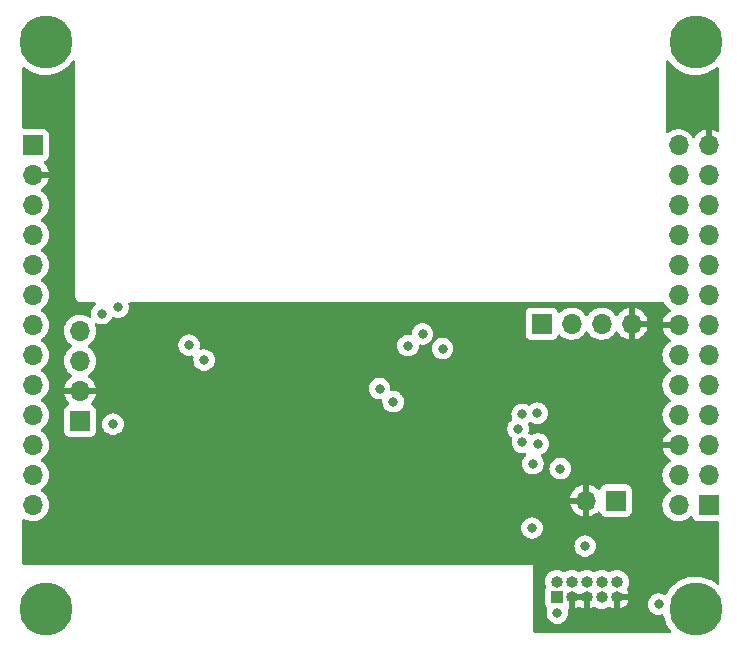
<source format=gbr>
%TF.GenerationSoftware,KiCad,Pcbnew,6.0.0-d3dd2cf0fa~116~ubuntu20.04.1*%
%TF.CreationDate,2022-01-05T21:30:44+00:00*%
%TF.ProjectId,opizero2_cc2652p,6f70697a-6572-46f3-925f-636332363532,rev?*%
%TF.SameCoordinates,Original*%
%TF.FileFunction,Copper,L2,Inr*%
%TF.FilePolarity,Positive*%
%FSLAX46Y46*%
G04 Gerber Fmt 4.6, Leading zero omitted, Abs format (unit mm)*
G04 Created by KiCad (PCBNEW 6.0.0-d3dd2cf0fa~116~ubuntu20.04.1) date 2022-01-05 21:30:44*
%MOMM*%
%LPD*%
G01*
G04 APERTURE LIST*
%TA.AperFunction,ComponentPad*%
%ADD10R,1.700000X1.700000*%
%TD*%
%TA.AperFunction,ComponentPad*%
%ADD11O,1.700000X1.700000*%
%TD*%
%TA.AperFunction,ComponentPad*%
%ADD12R,1.000000X1.000000*%
%TD*%
%TA.AperFunction,ComponentPad*%
%ADD13O,1.000000X1.000000*%
%TD*%
%TA.AperFunction,ComponentPad*%
%ADD14C,4.500000*%
%TD*%
%TA.AperFunction,ViaPad*%
%ADD15C,0.800000*%
%TD*%
G04 APERTURE END LIST*
D10*
%TO.N,Net-(D2-Pad1)*%
%TO.C,J4*%
X170775000Y-101300000D03*
D11*
%TO.N,GND*%
X168235000Y-101300000D03*
%TD*%
D10*
%TO.N,+3V3*%
%TO.C,J5*%
X125380000Y-94570000D03*
D11*
%TO.N,GND*%
X125380000Y-92030000D03*
%TO.N,/SCL*%
X125380000Y-89490000D03*
%TO.N,/SDA*%
X125380000Y-86950000D03*
%TD*%
D10*
%TO.N,+3V3*%
%TO.C,J3*%
X164475000Y-86325000D03*
D11*
%TO.N,/UART_RX*%
X167015000Y-86325000D03*
%TO.N,/UART_TX*%
X169555000Y-86325000D03*
%TO.N,GND*%
X172095000Y-86325000D03*
%TD*%
D12*
%TO.N,+3V3*%
%TO.C,J6*%
X165760000Y-109465000D03*
D13*
%TO.N,XDS_TMS*%
X165760000Y-108195000D03*
%TO.N,GND*%
X167030000Y-109465000D03*
%TO.N,XDS_TCK*%
X167030000Y-108195000D03*
%TO.N,GND*%
X168300000Y-109465000D03*
%TO.N,XDS_TDO*%
X168300000Y-108195000D03*
%TO.N,unconnected-(J6-Pad7)*%
X169570000Y-109465000D03*
%TO.N,XDS_TDI*%
X169570000Y-108195000D03*
%TO.N,GND*%
X170840000Y-109465000D03*
%TO.N,{slash}RESET*%
X170840000Y-108195000D03*
%TD*%
D10*
%TO.N,+5VP*%
%TO.C,J2*%
X121400000Y-71200000D03*
D11*
%TO.N,GND*%
X121400000Y-73740000D03*
%TO.N,/USB2_D-*%
X121400000Y-76280000D03*
%TO.N,/USB2_D+*%
X121400000Y-78820000D03*
%TO.N,/USB3_D-*%
X121400000Y-81360000D03*
%TO.N,/USB3_D+*%
X121400000Y-83900000D03*
%TO.N,/LINEOUT_R*%
X121400000Y-86440000D03*
%TO.N,/LINEOUT_L*%
X121400000Y-88980000D03*
%TO.N,/TV_OUT*%
X121400000Y-91520000D03*
%TO.N,/PC1*%
X121400000Y-94060000D03*
%TO.N,/PI16*%
X121400000Y-96600000D03*
%TO.N,/PI6*%
X121400000Y-99140000D03*
%TO.N,/IR_RX*%
X121400000Y-101680000D03*
%TD*%
%TO.N,/PC10*%
%TO.C,J1*%
X176060000Y-71220000D03*
%TO.N,GND*%
X178600000Y-71220000D03*
%TO.N,/SPI_CS*%
X176060000Y-73760000D03*
%TO.N,/SPI_CLK*%
X178600000Y-73760000D03*
%TO.N,/PC7*%
X176060000Y-76300000D03*
%TO.N,/SPI_MISO*%
X178600000Y-76300000D03*
%TO.N,GND*%
X176060000Y-78840000D03*
%TO.N,/SPI_MOSI*%
X178600000Y-78840000D03*
%TO.N,/PC14*%
X176060000Y-81380000D03*
%TO.N,+3.3VP*%
X178600000Y-81380000D03*
%TO.N,/PC15*%
X176060000Y-83920000D03*
%TO.N,/PC8*%
X178600000Y-83920000D03*
%TO.N,GND*%
X176060000Y-86460000D03*
%TO.N,/PC5*%
X178600000Y-86460000D03*
%TO.N,/PC11*%
X176060000Y-89000000D03*
%TO.N,/PC6*%
X178600000Y-89000000D03*
%TO.N,/UART_RX*%
X176060000Y-91540000D03*
%TO.N,GND*%
X178600000Y-91540000D03*
%TO.N,/UART_TX*%
X176060000Y-94080000D03*
%TO.N,/PC9*%
X178600000Y-94080000D03*
%TO.N,GND*%
X176060000Y-96620000D03*
%TO.N,/opSCL*%
X178600000Y-96620000D03*
%TO.N,+5V*%
X176060000Y-99160000D03*
%TO.N,/opSDA*%
X178600000Y-99160000D03*
%TO.N,+5V*%
X176060000Y-101700000D03*
D10*
%TO.N,+3.3VP*%
X178600000Y-101700000D03*
%TD*%
D14*
%TO.N,N/C*%
%TO.C,H4*%
X122500000Y-110500000D03*
%TD*%
%TO.N,N/C*%
%TO.C,H3*%
X177500000Y-110500000D03*
%TD*%
%TO.N,N/C*%
%TO.C,H2*%
X177500000Y-62500000D03*
%TD*%
%TO.N,N/C*%
%TO.C,H1*%
X122500000Y-62500000D03*
%TD*%
D15*
%TO.N,+3V3*%
X127230000Y-85470000D03*
X128180000Y-94830000D03*
%TO.N,GND*%
X158730000Y-86390000D03*
%TO.N,/BSL*%
X128610000Y-84930000D03*
X156080000Y-88430000D03*
%TO.N,GND*%
X164700000Y-91200000D03*
X123800000Y-92010000D03*
X124000000Y-79000000D03*
X124000000Y-75000000D03*
X124000000Y-73000000D03*
X121000000Y-68000000D03*
X124000000Y-68000000D03*
X124000000Y-66000000D03*
X121000000Y-66000000D03*
X163000000Y-89000000D03*
X167000000Y-89000000D03*
X156000000Y-92280000D03*
X158000000Y-92280000D03*
X152000000Y-100000000D03*
X152000000Y-103000000D03*
X157000000Y-103000000D03*
X157000000Y-106000000D03*
X152000000Y-106000000D03*
X126000000Y-100000000D03*
X126000000Y-103000000D03*
X126000000Y-106000000D03*
X145000000Y-86000000D03*
X140000000Y-86000000D03*
X135000000Y-86000000D03*
X145000000Y-100000000D03*
X145000000Y-96000000D03*
X145000000Y-92000000D03*
X140000000Y-92000000D03*
X140000000Y-96000000D03*
X140000000Y-100000000D03*
X135000000Y-92000000D03*
X135000000Y-96000000D03*
X135000000Y-100000000D03*
X135210000Y-104000000D03*
X138000000Y-104000000D03*
X141000000Y-104000000D03*
X144000000Y-104000000D03*
X147000000Y-104000000D03*
X147000000Y-106000000D03*
X144000000Y-106000000D03*
X141000000Y-106000000D03*
X138000000Y-106000000D03*
X133560000Y-106120000D03*
X135210000Y-106000000D03*
X132450000Y-105000000D03*
X131330000Y-105010000D03*
X130220000Y-105030000D03*
X129240000Y-106140000D03*
X163380000Y-91200000D03*
X162280000Y-92280000D03*
X166060000Y-92050000D03*
X167410000Y-92050000D03*
X168830000Y-92060000D03*
X171590000Y-99230000D03*
X172070000Y-94150000D03*
X173010000Y-94150000D03*
X173950000Y-94140000D03*
X173310000Y-91390000D03*
X172370000Y-91400000D03*
X171260000Y-92060000D03*
X170210000Y-92100000D03*
X173080000Y-111830000D03*
%TO.N,+3V3*%
X174370000Y-110070000D03*
X154390000Y-87190000D03*
X153160000Y-88190000D03*
X163725000Y-98175000D03*
X166050000Y-98600000D03*
%TO.N,GND*%
X154400000Y-85300000D03*
%TO.N,{slash}RESET*%
X163659970Y-103625000D03*
%TO.N,+3V3*%
X165800000Y-110825000D03*
X162825000Y-94000000D03*
X162850000Y-96375000D03*
X164100000Y-93900000D03*
X164175000Y-96500000D03*
X162475000Y-95225000D03*
%TO.N,/UART_TX*%
X151900000Y-92925000D03*
%TO.N,/UART_RX*%
X150750000Y-91825000D03*
%TO.N,XDS_TDO*%
X168148000Y-105156000D03*
%TO.N,XDS_TDI*%
X135890000Y-89408000D03*
%TO.N,XDS_TDO*%
X134620000Y-88138000D03*
%TD*%
%TA.AperFunction,Conductor*%
%TO.N,GND*%
G36*
X124947716Y-64059860D02*
G01*
X124986596Y-64119264D01*
X124992000Y-64155768D01*
X124992000Y-83991298D01*
X124991998Y-83992068D01*
X124991524Y-84069652D01*
X124993990Y-84078281D01*
X124993991Y-84078286D01*
X124999639Y-84098048D01*
X125003217Y-84114809D01*
X125006130Y-84135152D01*
X125006133Y-84135162D01*
X125007405Y-84144045D01*
X125018021Y-84167395D01*
X125024464Y-84184907D01*
X125031512Y-84209565D01*
X125047274Y-84234548D01*
X125055404Y-84249614D01*
X125067633Y-84276510D01*
X125084374Y-84295939D01*
X125095479Y-84310947D01*
X125109160Y-84332631D01*
X125115888Y-84338573D01*
X125131296Y-84352181D01*
X125143340Y-84364373D01*
X125162619Y-84386747D01*
X125170147Y-84391626D01*
X125170150Y-84391629D01*
X125184139Y-84400696D01*
X125199013Y-84411986D01*
X125218228Y-84428956D01*
X125226354Y-84432771D01*
X125226355Y-84432772D01*
X125232021Y-84435432D01*
X125244966Y-84441510D01*
X125259935Y-84449824D01*
X125284727Y-84465893D01*
X125293327Y-84468465D01*
X125309290Y-84473239D01*
X125326736Y-84479901D01*
X125349948Y-84490799D01*
X125379130Y-84495343D01*
X125395849Y-84499126D01*
X125415536Y-84505014D01*
X125415539Y-84505015D01*
X125424141Y-84507587D01*
X125433116Y-84507642D01*
X125433117Y-84507642D01*
X125439810Y-84507683D01*
X125458556Y-84507797D01*
X125459328Y-84507830D01*
X125460423Y-84508000D01*
X125491298Y-84508000D01*
X125492068Y-84508002D01*
X125565716Y-84508452D01*
X125565717Y-84508452D01*
X125569652Y-84508476D01*
X125570996Y-84508092D01*
X125572341Y-84508000D01*
X126620659Y-84508000D01*
X126688780Y-84528002D01*
X126735273Y-84581658D01*
X126745377Y-84651932D01*
X126715883Y-84716512D01*
X126694720Y-84735936D01*
X126679994Y-84746635D01*
X126618747Y-84791134D01*
X126614326Y-84796044D01*
X126614325Y-84796045D01*
X126607623Y-84803489D01*
X126490960Y-84933056D01*
X126447632Y-85008102D01*
X126400792Y-85089232D01*
X126395473Y-85098444D01*
X126336458Y-85280072D01*
X126335768Y-85286633D01*
X126335768Y-85286635D01*
X126320670Y-85430283D01*
X126316496Y-85470000D01*
X126317186Y-85476565D01*
X126335051Y-85646538D01*
X126336458Y-85659928D01*
X126345264Y-85687030D01*
X126347293Y-85757996D01*
X126310632Y-85818794D01*
X126246921Y-85850121D01*
X126176387Y-85842030D01*
X126147343Y-85824852D01*
X126138411Y-85817798D01*
X126138410Y-85817798D01*
X126134359Y-85814598D01*
X126108984Y-85800590D01*
X125969883Y-85723803D01*
X125938789Y-85706638D01*
X125933920Y-85704914D01*
X125933916Y-85704912D01*
X125733087Y-85633795D01*
X125733083Y-85633794D01*
X125728212Y-85632069D01*
X125723119Y-85631162D01*
X125723116Y-85631161D01*
X125513373Y-85593800D01*
X125513367Y-85593799D01*
X125508284Y-85592894D01*
X125434452Y-85591992D01*
X125290081Y-85590228D01*
X125290079Y-85590228D01*
X125284911Y-85590165D01*
X125064091Y-85623955D01*
X124851756Y-85693357D01*
X124821443Y-85709137D01*
X124681502Y-85781986D01*
X124653607Y-85796507D01*
X124649474Y-85799610D01*
X124649471Y-85799612D01*
X124534810Y-85885702D01*
X124474965Y-85930635D01*
X124320629Y-86092138D01*
X124194743Y-86276680D01*
X124167157Y-86336109D01*
X124117371Y-86443365D01*
X124100688Y-86479305D01*
X124040989Y-86694570D01*
X124017251Y-86916695D01*
X124017548Y-86921848D01*
X124017548Y-86921851D01*
X124023670Y-87028028D01*
X124030110Y-87139715D01*
X124031247Y-87144761D01*
X124031248Y-87144767D01*
X124049675Y-87226531D01*
X124079222Y-87357639D01*
X124117461Y-87451811D01*
X124159093Y-87554338D01*
X124163266Y-87564616D01*
X124189100Y-87606774D01*
X124264089Y-87729144D01*
X124279987Y-87755088D01*
X124426250Y-87923938D01*
X124598126Y-88066632D01*
X124627239Y-88083644D01*
X124671445Y-88109476D01*
X124720169Y-88161114D01*
X124733240Y-88230897D01*
X124706509Y-88296669D01*
X124666055Y-88330027D01*
X124653607Y-88336507D01*
X124649474Y-88339610D01*
X124649471Y-88339612D01*
X124520342Y-88436565D01*
X124474965Y-88470635D01*
X124320629Y-88632138D01*
X124194743Y-88816680D01*
X124166187Y-88878199D01*
X124105859Y-89008166D01*
X124100688Y-89019305D01*
X124040989Y-89234570D01*
X124017251Y-89456695D01*
X124017548Y-89461848D01*
X124017548Y-89461851D01*
X124023011Y-89556590D01*
X124030110Y-89679715D01*
X124031247Y-89684761D01*
X124031248Y-89684767D01*
X124051119Y-89772939D01*
X124079222Y-89897639D01*
X124117461Y-89991811D01*
X124156059Y-90086866D01*
X124163266Y-90104616D01*
X124172229Y-90119242D01*
X124264089Y-90269144D01*
X124279987Y-90295088D01*
X124426250Y-90463938D01*
X124598126Y-90606632D01*
X124671955Y-90649774D01*
X124720679Y-90701412D01*
X124733750Y-90771195D01*
X124707019Y-90836967D01*
X124666562Y-90870327D01*
X124658457Y-90874546D01*
X124649738Y-90880036D01*
X124479433Y-91007905D01*
X124471726Y-91014748D01*
X124324590Y-91168717D01*
X124318104Y-91176727D01*
X124198098Y-91352649D01*
X124193000Y-91361623D01*
X124103338Y-91554783D01*
X124099775Y-91564470D01*
X124044389Y-91764183D01*
X124045912Y-91772607D01*
X124058292Y-91776000D01*
X126698344Y-91776000D01*
X126711875Y-91772027D01*
X126713180Y-91762947D01*
X126671214Y-91595875D01*
X126667894Y-91586124D01*
X126582972Y-91390814D01*
X126578105Y-91381739D01*
X126462426Y-91202926D01*
X126456136Y-91194757D01*
X126312806Y-91037240D01*
X126305273Y-91030215D01*
X126138139Y-90898222D01*
X126129556Y-90892520D01*
X126092602Y-90872120D01*
X126042631Y-90821687D01*
X126027859Y-90752245D01*
X126052975Y-90685839D01*
X126080327Y-90659232D01*
X126103797Y-90642491D01*
X126259860Y-90531173D01*
X126266308Y-90524748D01*
X126401491Y-90390036D01*
X126418096Y-90373489D01*
X126460033Y-90315128D01*
X126545435Y-90196277D01*
X126548453Y-90192077D01*
X126558922Y-90170896D01*
X126645136Y-89996453D01*
X126645137Y-89996451D01*
X126647430Y-89991811D01*
X126686417Y-89863489D01*
X126710865Y-89783023D01*
X126710865Y-89783021D01*
X126712370Y-89778069D01*
X126741529Y-89556590D01*
X126741611Y-89553240D01*
X126743074Y-89493365D01*
X126743074Y-89493361D01*
X126743156Y-89490000D01*
X126724852Y-89267361D01*
X126670431Y-89050702D01*
X126581354Y-88845840D01*
X126519163Y-88749707D01*
X126462822Y-88662617D01*
X126462820Y-88662614D01*
X126460014Y-88658277D01*
X126309670Y-88493051D01*
X126305619Y-88489852D01*
X126305615Y-88489848D01*
X126138414Y-88357800D01*
X126138410Y-88357798D01*
X126134359Y-88354598D01*
X126093053Y-88331796D01*
X126043084Y-88281364D01*
X126028312Y-88211921D01*
X126053428Y-88145516D01*
X126061154Y-88138000D01*
X133706496Y-88138000D01*
X133707186Y-88144565D01*
X133723483Y-88299618D01*
X133726458Y-88327928D01*
X133785473Y-88509556D01*
X133880960Y-88674944D01*
X133885378Y-88679851D01*
X133885379Y-88679852D01*
X133959815Y-88762522D01*
X134008747Y-88816866D01*
X134163248Y-88929118D01*
X134169276Y-88931802D01*
X134169278Y-88931803D01*
X134277531Y-88980000D01*
X134337712Y-89006794D01*
X134420057Y-89024297D01*
X134518056Y-89045128D01*
X134518061Y-89045128D01*
X134524513Y-89046500D01*
X134715487Y-89046500D01*
X134721939Y-89045128D01*
X134721944Y-89045128D01*
X134863716Y-89014993D01*
X134934507Y-89020395D01*
X134991139Y-89063212D01*
X135015633Y-89129850D01*
X135009746Y-89177176D01*
X134996458Y-89218072D01*
X134995768Y-89224633D01*
X134995768Y-89224635D01*
X134991203Y-89268069D01*
X134976496Y-89408000D01*
X134996458Y-89597928D01*
X135055473Y-89779556D01*
X135058776Y-89785278D01*
X135058777Y-89785279D01*
X135067674Y-89800689D01*
X135150960Y-89944944D01*
X135155378Y-89949851D01*
X135155379Y-89949852D01*
X135193159Y-89991811D01*
X135278747Y-90086866D01*
X135433248Y-90199118D01*
X135439276Y-90201802D01*
X135439278Y-90201803D01*
X135590597Y-90269174D01*
X135607712Y-90276794D01*
X135693778Y-90295088D01*
X135788056Y-90315128D01*
X135788061Y-90315128D01*
X135794513Y-90316500D01*
X135985487Y-90316500D01*
X135991939Y-90315128D01*
X135991944Y-90315128D01*
X136086222Y-90295088D01*
X136172288Y-90276794D01*
X136189403Y-90269174D01*
X136340722Y-90201803D01*
X136340724Y-90201802D01*
X136346752Y-90199118D01*
X136501253Y-90086866D01*
X136586841Y-89991811D01*
X136624621Y-89949852D01*
X136624622Y-89949851D01*
X136629040Y-89944944D01*
X136712326Y-89800689D01*
X136721223Y-89785279D01*
X136721224Y-89785278D01*
X136724527Y-89779556D01*
X136783542Y-89597928D01*
X136803504Y-89408000D01*
X136788797Y-89268069D01*
X136784232Y-89224635D01*
X136784232Y-89224633D01*
X136783542Y-89218072D01*
X136724527Y-89036444D01*
X136629040Y-88871056D01*
X136610613Y-88850590D01*
X136505675Y-88734045D01*
X136505674Y-88734044D01*
X136501253Y-88729134D01*
X136367750Y-88632138D01*
X136352094Y-88620763D01*
X136352093Y-88620762D01*
X136346752Y-88616882D01*
X136340724Y-88614198D01*
X136340722Y-88614197D01*
X136178319Y-88541891D01*
X136178318Y-88541891D01*
X136172288Y-88539206D01*
X136059721Y-88515279D01*
X135991944Y-88500872D01*
X135991939Y-88500872D01*
X135985487Y-88499500D01*
X135794513Y-88499500D01*
X135788061Y-88500872D01*
X135788056Y-88500872D01*
X135646284Y-88531007D01*
X135575493Y-88525605D01*
X135518861Y-88482788D01*
X135494367Y-88416150D01*
X135500254Y-88368824D01*
X135509428Y-88340590D01*
X135513542Y-88327928D01*
X135516518Y-88299618D01*
X135528039Y-88190000D01*
X152246496Y-88190000D01*
X152247186Y-88196565D01*
X152263534Y-88352104D01*
X152266458Y-88379928D01*
X152325473Y-88561556D01*
X152420960Y-88726944D01*
X152425378Y-88731851D01*
X152425379Y-88731852D01*
X152501926Y-88816866D01*
X152548747Y-88868866D01*
X152635372Y-88931803D01*
X152683397Y-88966695D01*
X152703248Y-88981118D01*
X152709276Y-88983802D01*
X152709278Y-88983803D01*
X152871681Y-89056109D01*
X152877712Y-89058794D01*
X152971113Y-89078647D01*
X153058056Y-89097128D01*
X153058061Y-89097128D01*
X153064513Y-89098500D01*
X153255487Y-89098500D01*
X153261939Y-89097128D01*
X153261944Y-89097128D01*
X153348887Y-89078647D01*
X153442288Y-89058794D01*
X153448319Y-89056109D01*
X153610722Y-88983803D01*
X153610724Y-88983802D01*
X153616752Y-88981118D01*
X153636604Y-88966695D01*
X153684628Y-88931803D01*
X153771253Y-88868866D01*
X153818074Y-88816866D01*
X153894621Y-88731852D01*
X153894622Y-88731851D01*
X153899040Y-88726944D01*
X153994527Y-88561556D01*
X154037272Y-88430000D01*
X155166496Y-88430000D01*
X155167186Y-88436565D01*
X155178659Y-88545720D01*
X155186458Y-88619928D01*
X155245473Y-88801556D01*
X155248776Y-88807278D01*
X155248777Y-88807279D01*
X155268530Y-88841492D01*
X155340960Y-88966944D01*
X155345378Y-88971851D01*
X155345379Y-88971852D01*
X155415661Y-89049908D01*
X155468747Y-89108866D01*
X155497629Y-89129850D01*
X155610415Y-89211794D01*
X155623248Y-89221118D01*
X155629276Y-89223802D01*
X155629278Y-89223803D01*
X155739829Y-89273023D01*
X155797712Y-89298794D01*
X155891113Y-89318647D01*
X155978056Y-89337128D01*
X155978061Y-89337128D01*
X155984513Y-89338500D01*
X156175487Y-89338500D01*
X156181939Y-89337128D01*
X156181944Y-89337128D01*
X156268887Y-89318647D01*
X156362288Y-89298794D01*
X156420171Y-89273023D01*
X156530722Y-89223803D01*
X156530724Y-89223802D01*
X156536752Y-89221118D01*
X156549586Y-89211794D01*
X156662371Y-89129850D01*
X156691253Y-89108866D01*
X156744339Y-89049908D01*
X156814621Y-88971852D01*
X156814622Y-88971851D01*
X156819040Y-88966944D01*
X156891470Y-88841492D01*
X156911223Y-88807279D01*
X156911224Y-88807278D01*
X156914527Y-88801556D01*
X156973542Y-88619928D01*
X156981342Y-88545720D01*
X156992814Y-88436565D01*
X156993504Y-88430000D01*
X156988241Y-88379928D01*
X156974232Y-88246635D01*
X156974232Y-88246633D01*
X156973542Y-88240072D01*
X156914527Y-88058444D01*
X156901786Y-88036375D01*
X156852406Y-87950848D01*
X156819040Y-87893056D01*
X156796300Y-87867800D01*
X156695675Y-87756045D01*
X156695674Y-87756044D01*
X156691253Y-87751134D01*
X156591635Y-87678757D01*
X156542094Y-87642763D01*
X156542093Y-87642762D01*
X156536752Y-87638882D01*
X156530724Y-87636198D01*
X156530722Y-87636197D01*
X156368319Y-87563891D01*
X156368318Y-87563891D01*
X156362288Y-87561206D01*
X156254341Y-87538261D01*
X156181944Y-87522872D01*
X156181939Y-87522872D01*
X156175487Y-87521500D01*
X155984513Y-87521500D01*
X155978061Y-87522872D01*
X155978056Y-87522872D01*
X155905659Y-87538261D01*
X155797712Y-87561206D01*
X155791682Y-87563891D01*
X155791681Y-87563891D01*
X155629278Y-87636197D01*
X155629276Y-87636198D01*
X155623248Y-87638882D01*
X155617907Y-87642762D01*
X155617906Y-87642763D01*
X155568365Y-87678757D01*
X155468747Y-87751134D01*
X155464326Y-87756044D01*
X155464325Y-87756045D01*
X155363701Y-87867800D01*
X155340960Y-87893056D01*
X155307594Y-87950848D01*
X155258215Y-88036375D01*
X155245473Y-88058444D01*
X155186458Y-88240072D01*
X155185768Y-88246633D01*
X155185768Y-88246635D01*
X155171759Y-88379928D01*
X155166496Y-88430000D01*
X154037272Y-88430000D01*
X154053542Y-88379928D01*
X154056467Y-88352104D01*
X154073113Y-88193721D01*
X154100126Y-88128064D01*
X154158348Y-88087434D01*
X154224620Y-88083644D01*
X154288056Y-88097128D01*
X154288061Y-88097128D01*
X154294513Y-88098500D01*
X154485487Y-88098500D01*
X154491939Y-88097128D01*
X154491944Y-88097128D01*
X154578888Y-88078647D01*
X154672288Y-88058794D01*
X154678319Y-88056109D01*
X154840722Y-87983803D01*
X154840724Y-87983802D01*
X154846752Y-87981118D01*
X155001253Y-87868866D01*
X155051806Y-87812721D01*
X155124621Y-87731852D01*
X155124622Y-87731851D01*
X155129040Y-87726944D01*
X155191244Y-87619203D01*
X155221223Y-87567279D01*
X155221224Y-87567278D01*
X155224527Y-87561556D01*
X155283542Y-87379928D01*
X155284713Y-87368792D01*
X155300022Y-87223134D01*
X163116500Y-87223134D01*
X163123255Y-87285316D01*
X163174385Y-87421705D01*
X163261739Y-87538261D01*
X163378295Y-87625615D01*
X163514684Y-87676745D01*
X163576866Y-87683500D01*
X165373134Y-87683500D01*
X165435316Y-87676745D01*
X165571705Y-87625615D01*
X165688261Y-87538261D01*
X165775615Y-87421705D01*
X165797838Y-87362425D01*
X165819598Y-87304382D01*
X165862240Y-87247618D01*
X165928802Y-87222918D01*
X165998150Y-87238126D01*
X166032817Y-87266114D01*
X166061250Y-87298938D01*
X166131956Y-87357639D01*
X166223859Y-87433938D01*
X166233126Y-87441632D01*
X166426000Y-87554338D01*
X166430825Y-87556180D01*
X166430826Y-87556181D01*
X166443985Y-87561206D01*
X166634692Y-87634030D01*
X166639760Y-87635061D01*
X166639763Y-87635062D01*
X166723395Y-87652077D01*
X166853597Y-87678567D01*
X166858772Y-87678757D01*
X166858774Y-87678757D01*
X167071673Y-87686564D01*
X167071677Y-87686564D01*
X167076837Y-87686753D01*
X167081957Y-87686097D01*
X167081959Y-87686097D01*
X167293288Y-87659025D01*
X167293289Y-87659025D01*
X167298416Y-87658368D01*
X167303366Y-87656883D01*
X167507429Y-87595661D01*
X167507434Y-87595659D01*
X167512384Y-87594174D01*
X167712994Y-87495896D01*
X167894860Y-87366173D01*
X167937694Y-87323489D01*
X168028560Y-87232939D01*
X168053096Y-87208489D01*
X168069056Y-87186279D01*
X168183453Y-87027077D01*
X168184776Y-87028028D01*
X168231645Y-86984857D01*
X168301580Y-86972625D01*
X168367026Y-87000144D01*
X168394875Y-87031994D01*
X168454987Y-87130088D01*
X168458367Y-87133990D01*
X168458963Y-87134678D01*
X168601250Y-87298938D01*
X168671956Y-87357639D01*
X168763859Y-87433938D01*
X168773126Y-87441632D01*
X168966000Y-87554338D01*
X168970825Y-87556180D01*
X168970826Y-87556181D01*
X168983985Y-87561206D01*
X169174692Y-87634030D01*
X169179760Y-87635061D01*
X169179763Y-87635062D01*
X169263395Y-87652077D01*
X169393597Y-87678567D01*
X169398772Y-87678757D01*
X169398774Y-87678757D01*
X169611673Y-87686564D01*
X169611677Y-87686564D01*
X169616837Y-87686753D01*
X169621957Y-87686097D01*
X169621959Y-87686097D01*
X169833288Y-87659025D01*
X169833289Y-87659025D01*
X169838416Y-87658368D01*
X169843366Y-87656883D01*
X170047429Y-87595661D01*
X170047434Y-87595659D01*
X170052384Y-87594174D01*
X170252994Y-87495896D01*
X170434860Y-87366173D01*
X170477694Y-87323489D01*
X170568560Y-87232939D01*
X170593096Y-87208489D01*
X170609056Y-87186279D01*
X170723453Y-87027077D01*
X170724640Y-87027930D01*
X170771960Y-86984362D01*
X170841897Y-86972145D01*
X170907338Y-86999678D01*
X170935166Y-87031511D01*
X170992694Y-87125388D01*
X170998777Y-87133699D01*
X171138213Y-87294667D01*
X171145580Y-87301883D01*
X171309434Y-87437916D01*
X171317881Y-87443831D01*
X171501756Y-87551279D01*
X171511042Y-87555729D01*
X171710001Y-87631703D01*
X171719899Y-87634579D01*
X171823250Y-87655606D01*
X171837299Y-87654410D01*
X171841000Y-87644065D01*
X171841000Y-87643517D01*
X172349000Y-87643517D01*
X172353064Y-87657359D01*
X172366478Y-87659393D01*
X172373184Y-87658534D01*
X172383262Y-87656392D01*
X172587255Y-87595191D01*
X172596842Y-87591433D01*
X172788095Y-87497739D01*
X172796945Y-87492464D01*
X172970328Y-87368792D01*
X172978200Y-87362139D01*
X173129052Y-87211812D01*
X173135730Y-87203965D01*
X173260003Y-87031020D01*
X173265313Y-87022183D01*
X173359670Y-86831267D01*
X173363469Y-86821672D01*
X173425377Y-86617910D01*
X173427555Y-86607837D01*
X173428986Y-86596962D01*
X173426775Y-86582778D01*
X173413617Y-86579000D01*
X172367115Y-86579000D01*
X172351876Y-86583475D01*
X172350671Y-86584865D01*
X172349000Y-86592548D01*
X172349000Y-87643517D01*
X171841000Y-87643517D01*
X171841000Y-86052885D01*
X172349000Y-86052885D01*
X172353475Y-86068124D01*
X172354865Y-86069329D01*
X172362548Y-86071000D01*
X173413344Y-86071000D01*
X173426875Y-86067027D01*
X173428180Y-86057947D01*
X173386214Y-85890875D01*
X173382894Y-85881124D01*
X173297972Y-85685814D01*
X173293105Y-85676739D01*
X173177426Y-85497926D01*
X173171136Y-85489757D01*
X173027806Y-85332240D01*
X173020273Y-85325215D01*
X172853139Y-85193222D01*
X172844552Y-85187517D01*
X172658117Y-85084599D01*
X172648705Y-85080369D01*
X172447959Y-85009280D01*
X172437988Y-85006646D01*
X172366837Y-84993972D01*
X172353540Y-84995432D01*
X172349000Y-85009989D01*
X172349000Y-86052885D01*
X171841000Y-86052885D01*
X171841000Y-85008102D01*
X171837082Y-84994758D01*
X171822806Y-84992771D01*
X171784324Y-84998660D01*
X171774288Y-85001051D01*
X171571868Y-85067212D01*
X171562359Y-85071209D01*
X171373463Y-85169542D01*
X171364738Y-85175036D01*
X171194433Y-85302905D01*
X171186726Y-85309748D01*
X171039590Y-85463717D01*
X171033109Y-85471722D01*
X170928498Y-85625074D01*
X170873587Y-85670076D01*
X170803062Y-85678247D01*
X170739315Y-85646993D01*
X170718618Y-85622509D01*
X170637822Y-85497617D01*
X170637820Y-85497614D01*
X170635014Y-85493277D01*
X170484670Y-85328051D01*
X170480619Y-85324852D01*
X170480615Y-85324848D01*
X170313414Y-85192800D01*
X170313410Y-85192798D01*
X170309359Y-85189598D01*
X170298054Y-85183357D01*
X170236428Y-85149338D01*
X170113789Y-85081638D01*
X170108920Y-85079914D01*
X170108916Y-85079912D01*
X169908087Y-85008795D01*
X169908083Y-85008794D01*
X169903212Y-85007069D01*
X169898119Y-85006162D01*
X169898116Y-85006161D01*
X169688373Y-84968800D01*
X169688367Y-84968799D01*
X169683284Y-84967894D01*
X169609452Y-84966992D01*
X169465081Y-84965228D01*
X169465079Y-84965228D01*
X169459911Y-84965165D01*
X169239091Y-84998955D01*
X169026756Y-85068357D01*
X168986656Y-85089232D01*
X168847022Y-85161921D01*
X168828607Y-85171507D01*
X168824474Y-85174610D01*
X168824471Y-85174612D01*
X168654100Y-85302530D01*
X168649965Y-85305635D01*
X168646035Y-85309748D01*
X168501279Y-85461226D01*
X168495629Y-85467138D01*
X168388201Y-85624621D01*
X168333293Y-85669621D01*
X168262768Y-85677792D01*
X168199021Y-85646538D01*
X168178324Y-85622054D01*
X168097822Y-85497617D01*
X168097820Y-85497614D01*
X168095014Y-85493277D01*
X167944670Y-85328051D01*
X167940619Y-85324852D01*
X167940615Y-85324848D01*
X167773414Y-85192800D01*
X167773410Y-85192798D01*
X167769359Y-85189598D01*
X167758054Y-85183357D01*
X167696428Y-85149338D01*
X167573789Y-85081638D01*
X167568920Y-85079914D01*
X167568916Y-85079912D01*
X167368087Y-85008795D01*
X167368083Y-85008794D01*
X167363212Y-85007069D01*
X167358119Y-85006162D01*
X167358116Y-85006161D01*
X167148373Y-84968800D01*
X167148367Y-84968799D01*
X167143284Y-84967894D01*
X167069452Y-84966992D01*
X166925081Y-84965228D01*
X166925079Y-84965228D01*
X166919911Y-84965165D01*
X166699091Y-84998955D01*
X166486756Y-85068357D01*
X166446656Y-85089232D01*
X166307022Y-85161921D01*
X166288607Y-85171507D01*
X166284474Y-85174610D01*
X166284471Y-85174612D01*
X166114100Y-85302530D01*
X166109965Y-85305635D01*
X166053537Y-85364684D01*
X166029283Y-85390064D01*
X165967759Y-85425494D01*
X165896846Y-85422037D01*
X165839060Y-85380791D01*
X165820207Y-85347243D01*
X165778767Y-85236703D01*
X165775615Y-85228295D01*
X165688261Y-85111739D01*
X165571705Y-85024385D01*
X165435316Y-84973255D01*
X165373134Y-84966500D01*
X163576866Y-84966500D01*
X163514684Y-84973255D01*
X163378295Y-85024385D01*
X163261739Y-85111739D01*
X163174385Y-85228295D01*
X163123255Y-85364684D01*
X163116500Y-85426866D01*
X163116500Y-87223134D01*
X155300022Y-87223134D01*
X155302814Y-87196565D01*
X155303504Y-87190000D01*
X155297980Y-87137438D01*
X155284232Y-87006635D01*
X155284232Y-87006633D01*
X155283542Y-87000072D01*
X155224527Y-86818444D01*
X155129040Y-86653056D01*
X155097395Y-86617910D01*
X155005675Y-86516045D01*
X155005674Y-86516044D01*
X155001253Y-86511134D01*
X154846752Y-86398882D01*
X154840724Y-86396198D01*
X154840722Y-86396197D01*
X154678319Y-86323891D01*
X154678318Y-86323891D01*
X154672288Y-86321206D01*
X154578888Y-86301353D01*
X154491944Y-86282872D01*
X154491939Y-86282872D01*
X154485487Y-86281500D01*
X154294513Y-86281500D01*
X154288061Y-86282872D01*
X154288056Y-86282872D01*
X154201113Y-86301353D01*
X154107712Y-86321206D01*
X154101682Y-86323891D01*
X154101681Y-86323891D01*
X153939278Y-86396197D01*
X153939276Y-86396198D01*
X153933248Y-86398882D01*
X153778747Y-86511134D01*
X153774326Y-86516044D01*
X153774325Y-86516045D01*
X153682606Y-86617910D01*
X153650960Y-86653056D01*
X153555473Y-86818444D01*
X153496458Y-87000072D01*
X153495768Y-87006633D01*
X153495768Y-87006635D01*
X153476887Y-87186279D01*
X153449874Y-87251936D01*
X153391652Y-87292566D01*
X153325380Y-87296356D01*
X153261944Y-87282872D01*
X153261939Y-87282872D01*
X153255487Y-87281500D01*
X153064513Y-87281500D01*
X153058061Y-87282872D01*
X153058056Y-87282872D01*
X153000850Y-87295032D01*
X152877712Y-87321206D01*
X152871682Y-87323891D01*
X152871681Y-87323891D01*
X152709278Y-87396197D01*
X152709276Y-87396198D01*
X152703248Y-87398882D01*
X152697907Y-87402762D01*
X152697906Y-87402763D01*
X152671835Y-87421705D01*
X152548747Y-87511134D01*
X152544326Y-87516044D01*
X152544325Y-87516045D01*
X152429056Y-87644065D01*
X152420960Y-87653056D01*
X152325473Y-87818444D01*
X152266458Y-88000072D01*
X152265768Y-88006633D01*
X152265768Y-88006635D01*
X152262642Y-88036375D01*
X152246496Y-88190000D01*
X135528039Y-88190000D01*
X135532814Y-88144565D01*
X135533504Y-88138000D01*
X135525179Y-88058794D01*
X135514232Y-87954635D01*
X135514232Y-87954633D01*
X135513542Y-87948072D01*
X135454527Y-87766444D01*
X135450224Y-87758990D01*
X135408408Y-87686564D01*
X135359040Y-87601056D01*
X135354183Y-87595661D01*
X135235675Y-87464045D01*
X135235674Y-87464044D01*
X135231253Y-87459134D01*
X135107430Y-87369171D01*
X135082094Y-87350763D01*
X135082093Y-87350762D01*
X135076752Y-87346882D01*
X135070724Y-87344198D01*
X135070722Y-87344197D01*
X134908319Y-87271891D01*
X134908318Y-87271891D01*
X134902288Y-87269206D01*
X134800725Y-87247618D01*
X134721944Y-87230872D01*
X134721939Y-87230872D01*
X134715487Y-87229500D01*
X134524513Y-87229500D01*
X134518061Y-87230872D01*
X134518056Y-87230872D01*
X134439275Y-87247618D01*
X134337712Y-87269206D01*
X134331682Y-87271891D01*
X134331681Y-87271891D01*
X134169278Y-87344197D01*
X134169276Y-87344198D01*
X134163248Y-87346882D01*
X134157907Y-87350762D01*
X134157906Y-87350763D01*
X134132570Y-87369171D01*
X134008747Y-87459134D01*
X134004326Y-87464044D01*
X134004325Y-87464045D01*
X133885818Y-87595661D01*
X133880960Y-87601056D01*
X133831592Y-87686564D01*
X133789777Y-87758990D01*
X133785473Y-87766444D01*
X133726458Y-87948072D01*
X133725768Y-87954633D01*
X133725768Y-87954635D01*
X133714821Y-88058794D01*
X133706496Y-88138000D01*
X126061154Y-88138000D01*
X126080780Y-88118909D01*
X126130220Y-88083644D01*
X126259860Y-87991173D01*
X126268011Y-87983051D01*
X126363246Y-87888148D01*
X126418096Y-87833489D01*
X126466273Y-87766444D01*
X126545435Y-87656277D01*
X126548453Y-87652077D01*
X126552992Y-87642894D01*
X126645136Y-87456453D01*
X126645137Y-87456451D01*
X126647430Y-87451811D01*
X126687528Y-87319834D01*
X126710865Y-87243023D01*
X126710865Y-87243021D01*
X126712370Y-87238069D01*
X126741529Y-87016590D01*
X126742086Y-86993794D01*
X126743074Y-86953365D01*
X126743074Y-86953361D01*
X126743156Y-86950000D01*
X126724852Y-86727361D01*
X126670431Y-86510702D01*
X126640371Y-86441569D01*
X126631551Y-86371124D01*
X126662218Y-86307092D01*
X126722634Y-86269804D01*
X126793619Y-86271100D01*
X126807170Y-86276221D01*
X126908209Y-86321206D01*
X126947712Y-86338794D01*
X127041113Y-86358647D01*
X127128056Y-86377128D01*
X127128061Y-86377128D01*
X127134513Y-86378500D01*
X127325487Y-86378500D01*
X127331939Y-86377128D01*
X127331944Y-86377128D01*
X127418887Y-86358647D01*
X127512288Y-86338794D01*
X127545761Y-86323891D01*
X127680722Y-86263803D01*
X127680724Y-86263802D01*
X127686752Y-86261118D01*
X127841253Y-86148866D01*
X127845675Y-86143955D01*
X127964621Y-86011852D01*
X127964622Y-86011851D01*
X127969040Y-86006944D01*
X128064527Y-85841556D01*
X128066567Y-85835278D01*
X128066570Y-85835271D01*
X128066685Y-85834916D01*
X128066807Y-85834737D01*
X128069254Y-85829242D01*
X128070259Y-85829689D01*
X128106760Y-85776311D01*
X128172157Y-85748676D01*
X128237765Y-85758748D01*
X128321677Y-85796108D01*
X128321685Y-85796111D01*
X128327712Y-85798794D01*
X128395675Y-85813240D01*
X128508056Y-85837128D01*
X128508061Y-85837128D01*
X128514513Y-85838500D01*
X128705487Y-85838500D01*
X128711939Y-85837128D01*
X128711944Y-85837128D01*
X128824325Y-85813240D01*
X128892288Y-85798794D01*
X128902791Y-85794118D01*
X129060722Y-85723803D01*
X129060724Y-85723802D01*
X129066752Y-85721118D01*
X129083243Y-85709137D01*
X129150972Y-85659928D01*
X129221253Y-85608866D01*
X129230676Y-85598401D01*
X129344621Y-85471852D01*
X129344622Y-85471851D01*
X129349040Y-85466944D01*
X129429230Y-85328051D01*
X129441223Y-85307279D01*
X129441224Y-85307278D01*
X129444527Y-85301556D01*
X129503542Y-85119928D01*
X129505140Y-85104729D01*
X129522814Y-84936565D01*
X129523504Y-84930000D01*
X129503542Y-84740072D01*
X129481728Y-84672936D01*
X129479700Y-84601969D01*
X129516363Y-84541171D01*
X129580075Y-84509845D01*
X129601561Y-84508000D01*
X174491298Y-84508000D01*
X174492069Y-84508002D01*
X174569652Y-84508476D01*
X174578281Y-84506010D01*
X174578286Y-84506009D01*
X174598048Y-84500361D01*
X174614809Y-84496783D01*
X174635152Y-84493870D01*
X174635162Y-84493867D01*
X174644045Y-84492595D01*
X174667395Y-84481979D01*
X174684907Y-84475536D01*
X174697489Y-84471940D01*
X174768484Y-84472452D01*
X174827931Y-84511266D01*
X174842941Y-84533815D01*
X174843266Y-84534616D01*
X174845966Y-84539022D01*
X174845967Y-84539024D01*
X174957291Y-84720688D01*
X174959987Y-84725088D01*
X175106250Y-84893938D01*
X175278126Y-85036632D01*
X175351955Y-85079774D01*
X175400679Y-85131412D01*
X175413750Y-85201195D01*
X175387019Y-85266967D01*
X175346562Y-85300327D01*
X175338457Y-85304546D01*
X175329738Y-85310036D01*
X175159433Y-85437905D01*
X175151726Y-85444748D01*
X175004590Y-85598717D01*
X174998104Y-85606727D01*
X174878098Y-85782649D01*
X174873000Y-85791623D01*
X174783338Y-85984783D01*
X174779775Y-85994470D01*
X174724389Y-86194183D01*
X174725912Y-86202607D01*
X174738292Y-86206000D01*
X176188000Y-86206000D01*
X176256121Y-86226002D01*
X176302614Y-86279658D01*
X176314000Y-86332000D01*
X176314000Y-86588000D01*
X176293998Y-86656121D01*
X176240342Y-86702614D01*
X176188000Y-86714000D01*
X174743225Y-86714000D01*
X174729694Y-86717973D01*
X174728257Y-86727966D01*
X174758565Y-86862446D01*
X174761645Y-86872275D01*
X174841770Y-87069603D01*
X174846413Y-87078794D01*
X174957694Y-87260388D01*
X174963777Y-87268699D01*
X175103213Y-87429667D01*
X175110580Y-87436883D01*
X175274434Y-87572916D01*
X175282881Y-87578831D01*
X175351969Y-87619203D01*
X175400693Y-87670842D01*
X175413764Y-87740625D01*
X175387033Y-87806396D01*
X175346584Y-87839752D01*
X175333607Y-87846507D01*
X175329474Y-87849610D01*
X175329471Y-87849612D01*
X175159100Y-87977530D01*
X175154965Y-87980635D01*
X175151393Y-87984373D01*
X175031842Y-88109476D01*
X175000629Y-88142138D01*
X174997720Y-88146403D01*
X174997714Y-88146411D01*
X174933823Y-88240072D01*
X174874743Y-88326680D01*
X174853073Y-88373365D01*
X174787199Y-88515279D01*
X174780688Y-88529305D01*
X174720989Y-88744570D01*
X174697251Y-88966695D01*
X174697548Y-88971848D01*
X174697548Y-88971851D01*
X174704851Y-89098500D01*
X174710110Y-89189715D01*
X174711247Y-89194761D01*
X174711248Y-89194767D01*
X174734087Y-89296109D01*
X174759222Y-89407639D01*
X174843266Y-89614616D01*
X174881763Y-89677438D01*
X174957291Y-89800688D01*
X174959987Y-89805088D01*
X175106250Y-89973938D01*
X175278126Y-90116632D01*
X175333362Y-90148909D01*
X175351445Y-90159476D01*
X175400169Y-90211114D01*
X175413240Y-90280897D01*
X175386509Y-90346669D01*
X175346055Y-90380027D01*
X175333607Y-90386507D01*
X175329474Y-90389610D01*
X175329471Y-90389612D01*
X175159100Y-90517530D01*
X175154965Y-90520635D01*
X175151393Y-90524373D01*
X175022519Y-90659232D01*
X175000629Y-90682138D01*
X174874743Y-90866680D01*
X174780688Y-91069305D01*
X174720989Y-91284570D01*
X174697251Y-91506695D01*
X174697548Y-91511848D01*
X174697548Y-91511851D01*
X174702049Y-91589908D01*
X174710110Y-91729715D01*
X174711247Y-91734761D01*
X174711248Y-91734767D01*
X174730104Y-91818435D01*
X174759222Y-91947639D01*
X174820673Y-92098976D01*
X174833757Y-92131197D01*
X174843266Y-92154616D01*
X174845965Y-92159020D01*
X174940224Y-92312837D01*
X174959987Y-92345088D01*
X175106250Y-92513938D01*
X175278126Y-92656632D01*
X175333362Y-92688909D01*
X175351445Y-92699476D01*
X175400169Y-92751114D01*
X175413240Y-92820897D01*
X175386509Y-92886669D01*
X175346055Y-92920027D01*
X175333607Y-92926507D01*
X175329474Y-92929610D01*
X175329471Y-92929612D01*
X175164733Y-93053301D01*
X175154965Y-93060635D01*
X175151393Y-93064373D01*
X175015863Y-93206197D01*
X175000629Y-93222138D01*
X174997720Y-93226403D01*
X174997714Y-93226411D01*
X174929748Y-93326045D01*
X174874743Y-93406680D01*
X174839919Y-93481703D01*
X174783213Y-93603866D01*
X174780688Y-93609305D01*
X174720989Y-93824570D01*
X174697251Y-94046695D01*
X174697548Y-94051848D01*
X174697548Y-94051851D01*
X174709812Y-94264547D01*
X174710110Y-94269715D01*
X174711247Y-94274761D01*
X174711248Y-94274767D01*
X174733061Y-94371556D01*
X174759222Y-94487639D01*
X174818569Y-94633794D01*
X174836871Y-94678866D01*
X174843266Y-94694616D01*
X174881763Y-94757438D01*
X174957291Y-94880688D01*
X174959987Y-94885088D01*
X175106250Y-95053938D01*
X175278126Y-95196632D01*
X175315438Y-95218435D01*
X175351955Y-95239774D01*
X175400679Y-95291412D01*
X175413750Y-95361195D01*
X175387019Y-95426967D01*
X175346562Y-95460327D01*
X175338457Y-95464546D01*
X175329738Y-95470036D01*
X175159433Y-95597905D01*
X175151726Y-95604748D01*
X175004590Y-95758717D01*
X174998104Y-95766727D01*
X174878098Y-95942649D01*
X174873000Y-95951623D01*
X174783338Y-96144783D01*
X174779775Y-96154470D01*
X174724389Y-96354183D01*
X174725912Y-96362607D01*
X174738292Y-96366000D01*
X176188000Y-96366000D01*
X176256121Y-96386002D01*
X176302614Y-96439658D01*
X176314000Y-96492000D01*
X176314000Y-96748000D01*
X176293998Y-96816121D01*
X176240342Y-96862614D01*
X176188000Y-96874000D01*
X174743225Y-96874000D01*
X174729694Y-96877973D01*
X174728257Y-96887966D01*
X174758565Y-97022446D01*
X174761645Y-97032275D01*
X174841770Y-97229603D01*
X174846413Y-97238794D01*
X174957694Y-97420388D01*
X174963777Y-97428699D01*
X175103213Y-97589667D01*
X175110580Y-97596883D01*
X175274434Y-97732916D01*
X175282881Y-97738831D01*
X175351969Y-97779203D01*
X175400693Y-97830842D01*
X175413764Y-97900625D01*
X175387033Y-97966396D01*
X175346584Y-97999752D01*
X175333607Y-98006507D01*
X175329474Y-98009610D01*
X175329471Y-98009612D01*
X175164733Y-98133301D01*
X175154965Y-98140635D01*
X175000629Y-98302138D01*
X174997720Y-98306403D01*
X174997714Y-98306411D01*
X174953514Y-98371206D01*
X174874743Y-98486680D01*
X174780688Y-98689305D01*
X174720989Y-98904570D01*
X174697251Y-99126695D01*
X174697548Y-99131848D01*
X174697548Y-99131851D01*
X174702049Y-99209908D01*
X174710110Y-99349715D01*
X174711247Y-99354761D01*
X174711248Y-99354767D01*
X174735304Y-99461508D01*
X174759222Y-99567639D01*
X174843266Y-99774616D01*
X174881763Y-99837438D01*
X174957291Y-99960688D01*
X174959987Y-99965088D01*
X175106250Y-100133938D01*
X175278126Y-100276632D01*
X175292015Y-100284748D01*
X175351445Y-100319476D01*
X175400169Y-100371114D01*
X175413240Y-100440897D01*
X175386509Y-100506669D01*
X175346055Y-100540027D01*
X175333607Y-100546507D01*
X175329474Y-100549610D01*
X175329471Y-100549612D01*
X175159100Y-100677530D01*
X175154965Y-100680635D01*
X175115525Y-100721907D01*
X175061280Y-100778671D01*
X175000629Y-100842138D01*
X174874743Y-101026680D01*
X174780688Y-101229305D01*
X174720989Y-101444570D01*
X174697251Y-101666695D01*
X174697548Y-101671848D01*
X174697548Y-101671851D01*
X174702049Y-101749908D01*
X174710110Y-101889715D01*
X174711247Y-101894761D01*
X174711248Y-101894767D01*
X174735304Y-102001508D01*
X174759222Y-102107639D01*
X174843266Y-102314616D01*
X174845965Y-102319020D01*
X174940164Y-102472739D01*
X174959987Y-102505088D01*
X175106250Y-102673938D01*
X175278126Y-102816632D01*
X175471000Y-102929338D01*
X175475825Y-102931180D01*
X175475826Y-102931181D01*
X175548612Y-102958975D01*
X175679692Y-103009030D01*
X175684760Y-103010061D01*
X175684763Y-103010062D01*
X175792017Y-103031883D01*
X175898597Y-103053567D01*
X175903772Y-103053757D01*
X175903774Y-103053757D01*
X176116673Y-103061564D01*
X176116677Y-103061564D01*
X176121837Y-103061753D01*
X176126957Y-103061097D01*
X176126959Y-103061097D01*
X176338288Y-103034025D01*
X176338289Y-103034025D01*
X176343416Y-103033368D01*
X176348366Y-103031883D01*
X176552429Y-102970661D01*
X176552434Y-102970659D01*
X176557384Y-102969174D01*
X176757994Y-102870896D01*
X176939860Y-102741173D01*
X177048091Y-102633319D01*
X177110462Y-102599404D01*
X177181268Y-102604592D01*
X177238030Y-102647238D01*
X177255012Y-102678341D01*
X177299385Y-102796705D01*
X177386739Y-102913261D01*
X177503295Y-103000615D01*
X177639684Y-103051745D01*
X177701866Y-103058500D01*
X179366000Y-103058500D01*
X179434121Y-103078502D01*
X179480614Y-103132158D01*
X179492000Y-103184500D01*
X179492000Y-108297953D01*
X179471998Y-108366074D01*
X179418342Y-108412567D01*
X179348068Y-108422671D01*
X179287994Y-108396903D01*
X179080172Y-108233070D01*
X179077191Y-108230720D01*
X178793144Y-108057677D01*
X178662259Y-107998167D01*
X178493817Y-107921580D01*
X178493809Y-107921577D01*
X178490365Y-107920011D01*
X178173240Y-107819718D01*
X177950896Y-107777906D01*
X177850087Y-107758949D01*
X177850085Y-107758949D01*
X177846364Y-107758249D01*
X177514470Y-107736496D01*
X177510690Y-107736704D01*
X177510689Y-107736704D01*
X177412918Y-107742085D01*
X177182366Y-107754773D01*
X177178639Y-107755434D01*
X177178635Y-107755434D01*
X176950944Y-107795787D01*
X176854864Y-107812815D01*
X176851239Y-107813920D01*
X176851234Y-107813921D01*
X176643683Y-107877178D01*
X176536707Y-107909782D01*
X176533243Y-107911313D01*
X176533236Y-107911316D01*
X176368137Y-107984306D01*
X176232503Y-108044269D01*
X176229249Y-108046205D01*
X176229243Y-108046208D01*
X175973225Y-108198523D01*
X175946659Y-108214328D01*
X175943658Y-108216643D01*
X175943654Y-108216646D01*
X175935036Y-108223295D01*
X175683316Y-108417496D01*
X175446288Y-108650829D01*
X175239009Y-108910949D01*
X175064481Y-109194086D01*
X175062895Y-109197527D01*
X175039828Y-109247563D01*
X174993144Y-109301052D01*
X174924952Y-109320810D01*
X174851341Y-109296747D01*
X174832094Y-109282763D01*
X174832093Y-109282762D01*
X174826752Y-109278882D01*
X174820724Y-109276198D01*
X174820722Y-109276197D01*
X174658319Y-109203891D01*
X174658318Y-109203891D01*
X174652288Y-109201206D01*
X174558888Y-109181353D01*
X174471944Y-109162872D01*
X174471939Y-109162872D01*
X174465487Y-109161500D01*
X174274513Y-109161500D01*
X174268061Y-109162872D01*
X174268056Y-109162872D01*
X174181113Y-109181353D01*
X174087712Y-109201206D01*
X174081682Y-109203891D01*
X174081681Y-109203891D01*
X173919278Y-109276197D01*
X173919276Y-109276198D01*
X173913248Y-109278882D01*
X173758747Y-109391134D01*
X173754326Y-109396044D01*
X173754325Y-109396045D01*
X173704978Y-109450851D01*
X173630960Y-109533056D01*
X173535473Y-109698444D01*
X173476458Y-109880072D01*
X173456496Y-110070000D01*
X173457186Y-110076565D01*
X173471390Y-110211705D01*
X173476458Y-110259928D01*
X173535473Y-110441556D01*
X173538776Y-110447278D01*
X173538777Y-110447279D01*
X173550645Y-110467834D01*
X173630960Y-110606944D01*
X173635378Y-110611851D01*
X173635379Y-110611852D01*
X173662196Y-110641635D01*
X173758747Y-110748866D01*
X173913248Y-110861118D01*
X173919276Y-110863802D01*
X173919278Y-110863803D01*
X173972386Y-110887448D01*
X174087712Y-110938794D01*
X174181112Y-110958647D01*
X174268056Y-110977128D01*
X174268061Y-110977128D01*
X174274513Y-110978500D01*
X174465487Y-110978500D01*
X174471939Y-110977128D01*
X174471944Y-110977128D01*
X174643878Y-110940582D01*
X174714669Y-110945984D01*
X174771302Y-110988801D01*
X174794255Y-111042490D01*
X174809474Y-111131057D01*
X174810562Y-111134696D01*
X174810563Y-111134699D01*
X174879992Y-111366852D01*
X174904774Y-111449718D01*
X174906287Y-111453189D01*
X174906289Y-111453195D01*
X174975608Y-111612237D01*
X175037666Y-111754622D01*
X175206226Y-112041352D01*
X175208527Y-112044367D01*
X175395651Y-112289558D01*
X175421078Y-112355845D01*
X175406631Y-112425356D01*
X175356897Y-112476022D01*
X175295488Y-112492000D01*
X163876000Y-112492000D01*
X163807879Y-112471998D01*
X163761386Y-112418342D01*
X163750000Y-112366000D01*
X163750000Y-108180851D01*
X164746719Y-108180851D01*
X164763268Y-108377934D01*
X164817783Y-108568050D01*
X164824150Y-108580438D01*
X164837496Y-108650165D01*
X164817300Y-108702266D01*
X164819079Y-108703240D01*
X164814771Y-108711108D01*
X164809385Y-108718295D01*
X164758255Y-108854684D01*
X164751500Y-108916866D01*
X164751500Y-110013134D01*
X164758255Y-110075316D01*
X164809385Y-110211705D01*
X164896739Y-110328261D01*
X164903920Y-110333643D01*
X164912607Y-110340154D01*
X164955121Y-110397015D01*
X164960144Y-110467834D01*
X164956872Y-110479914D01*
X164906458Y-110635072D01*
X164886496Y-110825000D01*
X164906458Y-111014928D01*
X164965473Y-111196556D01*
X165060960Y-111361944D01*
X165188747Y-111503866D01*
X165343248Y-111616118D01*
X165349276Y-111618802D01*
X165349278Y-111618803D01*
X165511681Y-111691109D01*
X165517712Y-111693794D01*
X165611113Y-111713647D01*
X165698056Y-111732128D01*
X165698061Y-111732128D01*
X165704513Y-111733500D01*
X165895487Y-111733500D01*
X165901939Y-111732128D01*
X165901944Y-111732128D01*
X165988887Y-111713647D01*
X166082288Y-111693794D01*
X166088319Y-111691109D01*
X166250722Y-111618803D01*
X166250724Y-111618802D01*
X166256752Y-111616118D01*
X166411253Y-111503866D01*
X166539040Y-111361944D01*
X166634527Y-111196556D01*
X166693542Y-111014928D01*
X166713504Y-110825000D01*
X166693542Y-110635072D01*
X166683134Y-110603040D01*
X166681106Y-110532073D01*
X166717769Y-110471275D01*
X166744147Y-110458306D01*
X166742967Y-110456349D01*
X166772080Y-110438793D01*
X166776000Y-110430821D01*
X166776000Y-110422564D01*
X167284000Y-110422564D01*
X167287973Y-110436095D01*
X167296188Y-110437276D01*
X167390337Y-110410989D01*
X167401787Y-110406548D01*
X167567224Y-110322980D01*
X167577589Y-110316402D01*
X167586503Y-110309438D01*
X167652497Y-110283261D01*
X167725545Y-110298740D01*
X167889116Y-110390156D01*
X167900356Y-110395067D01*
X168028768Y-110436790D01*
X168042867Y-110437193D01*
X168046000Y-110430821D01*
X168046000Y-109737115D01*
X168041525Y-109721876D01*
X168040135Y-109720671D01*
X168032452Y-109719000D01*
X167302115Y-109719000D01*
X167286876Y-109723475D01*
X167285671Y-109724865D01*
X167284000Y-109732548D01*
X167284000Y-110422564D01*
X166776000Y-110422564D01*
X166776000Y-109337000D01*
X166796002Y-109268879D01*
X166849658Y-109222386D01*
X166902000Y-109211000D01*
X168428000Y-109211000D01*
X168496121Y-109231002D01*
X168542614Y-109284658D01*
X168554000Y-109337000D01*
X168554000Y-110422564D01*
X168557973Y-110436095D01*
X168566188Y-110437276D01*
X168660337Y-110410989D01*
X168671787Y-110406548D01*
X168837226Y-110322979D01*
X168847588Y-110316403D01*
X168856074Y-110309773D01*
X168922068Y-110283595D01*
X168995117Y-110299074D01*
X169164294Y-110393624D01*
X169352392Y-110454740D01*
X169548777Y-110478158D01*
X169554912Y-110477686D01*
X169554914Y-110477686D01*
X169739830Y-110463457D01*
X169739834Y-110463456D01*
X169745972Y-110462984D01*
X169936463Y-110409798D01*
X169941967Y-110407018D01*
X169941969Y-110407017D01*
X170107493Y-110323405D01*
X170107495Y-110323404D01*
X170112996Y-110320625D01*
X170118402Y-110316402D01*
X170126973Y-110309705D01*
X170192967Y-110283525D01*
X170266020Y-110299004D01*
X170429121Y-110390159D01*
X170440356Y-110395067D01*
X170568768Y-110436790D01*
X170582867Y-110437193D01*
X170586000Y-110430821D01*
X170586000Y-110422564D01*
X171094000Y-110422564D01*
X171097973Y-110436095D01*
X171106188Y-110437276D01*
X171200337Y-110410989D01*
X171211787Y-110406548D01*
X171377226Y-110322979D01*
X171387585Y-110316404D01*
X171533639Y-110202295D01*
X171542527Y-110193831D01*
X171663643Y-110053517D01*
X171670711Y-110043497D01*
X171762262Y-109882337D01*
X171767256Y-109871121D01*
X171812142Y-109736190D01*
X171812643Y-109722097D01*
X171806454Y-109719000D01*
X171112115Y-109719000D01*
X171096876Y-109723475D01*
X171095671Y-109724865D01*
X171094000Y-109732548D01*
X171094000Y-110422564D01*
X170586000Y-110422564D01*
X170586000Y-109337000D01*
X170606002Y-109268879D01*
X170659658Y-109222386D01*
X170712000Y-109211000D01*
X171798183Y-109211000D01*
X171811714Y-109207027D01*
X171812806Y-109199433D01*
X171778231Y-109084919D01*
X171773560Y-109073586D01*
X171686537Y-108909918D01*
X171679435Y-108899228D01*
X171658398Y-108831420D01*
X171674827Y-108767264D01*
X171762723Y-108612542D01*
X171762725Y-108612537D01*
X171765769Y-108607179D01*
X171828197Y-108419513D01*
X171852985Y-108223295D01*
X171853380Y-108195000D01*
X171834080Y-107998167D01*
X171776916Y-107808831D01*
X171684066Y-107634204D01*
X171613709Y-107547938D01*
X171562960Y-107485713D01*
X171562957Y-107485710D01*
X171559065Y-107480938D01*
X171552724Y-107475692D01*
X171411425Y-107358799D01*
X171411421Y-107358797D01*
X171406675Y-107354870D01*
X171232701Y-107260802D01*
X171043768Y-107202318D01*
X171037643Y-107201674D01*
X171037642Y-107201674D01*
X170853204Y-107182289D01*
X170853202Y-107182289D01*
X170847075Y-107181645D01*
X170764576Y-107189153D01*
X170656251Y-107199011D01*
X170656248Y-107199012D01*
X170650112Y-107199570D01*
X170644206Y-107201308D01*
X170644202Y-107201309D01*
X170539076Y-107232249D01*
X170460381Y-107255410D01*
X170454923Y-107258263D01*
X170454919Y-107258265D01*
X170359135Y-107308340D01*
X170285110Y-107347040D01*
X170280310Y-107350900D01*
X170275153Y-107354274D01*
X170273769Y-107352158D01*
X170218365Y-107375027D01*
X170148512Y-107362334D01*
X170138898Y-107356709D01*
X170136675Y-107354870D01*
X169962701Y-107260802D01*
X169773768Y-107202318D01*
X169767643Y-107201674D01*
X169767642Y-107201674D01*
X169583204Y-107182289D01*
X169583202Y-107182289D01*
X169577075Y-107181645D01*
X169494576Y-107189153D01*
X169386251Y-107199011D01*
X169386248Y-107199012D01*
X169380112Y-107199570D01*
X169374206Y-107201308D01*
X169374202Y-107201309D01*
X169269076Y-107232249D01*
X169190381Y-107255410D01*
X169184923Y-107258263D01*
X169184919Y-107258265D01*
X169089135Y-107308340D01*
X169015110Y-107347040D01*
X169010310Y-107350900D01*
X169005153Y-107354274D01*
X169003769Y-107352158D01*
X168948365Y-107375027D01*
X168878512Y-107362334D01*
X168868898Y-107356709D01*
X168866675Y-107354870D01*
X168692701Y-107260802D01*
X168503768Y-107202318D01*
X168497643Y-107201674D01*
X168497642Y-107201674D01*
X168313204Y-107182289D01*
X168313202Y-107182289D01*
X168307075Y-107181645D01*
X168224576Y-107189153D01*
X168116251Y-107199011D01*
X168116248Y-107199012D01*
X168110112Y-107199570D01*
X168104206Y-107201308D01*
X168104202Y-107201309D01*
X167999076Y-107232249D01*
X167920381Y-107255410D01*
X167914923Y-107258263D01*
X167914919Y-107258265D01*
X167819135Y-107308340D01*
X167745110Y-107347040D01*
X167740310Y-107350900D01*
X167735153Y-107354274D01*
X167733769Y-107352158D01*
X167678365Y-107375027D01*
X167608512Y-107362334D01*
X167598898Y-107356709D01*
X167596675Y-107354870D01*
X167422701Y-107260802D01*
X167233768Y-107202318D01*
X167227643Y-107201674D01*
X167227642Y-107201674D01*
X167043204Y-107182289D01*
X167043202Y-107182289D01*
X167037075Y-107181645D01*
X166954576Y-107189153D01*
X166846251Y-107199011D01*
X166846248Y-107199012D01*
X166840112Y-107199570D01*
X166834206Y-107201308D01*
X166834202Y-107201309D01*
X166729076Y-107232249D01*
X166650381Y-107255410D01*
X166644923Y-107258263D01*
X166644919Y-107258265D01*
X166549135Y-107308340D01*
X166475110Y-107347040D01*
X166470310Y-107350900D01*
X166465153Y-107354274D01*
X166463769Y-107352158D01*
X166408365Y-107375027D01*
X166338512Y-107362334D01*
X166328898Y-107356709D01*
X166326675Y-107354870D01*
X166152701Y-107260802D01*
X165963768Y-107202318D01*
X165957643Y-107201674D01*
X165957642Y-107201674D01*
X165773204Y-107182289D01*
X165773202Y-107182289D01*
X165767075Y-107181645D01*
X165684576Y-107189153D01*
X165576251Y-107199011D01*
X165576248Y-107199012D01*
X165570112Y-107199570D01*
X165564206Y-107201308D01*
X165564202Y-107201309D01*
X165459076Y-107232249D01*
X165380381Y-107255410D01*
X165374923Y-107258263D01*
X165374919Y-107258265D01*
X165284147Y-107305720D01*
X165205110Y-107347040D01*
X165050975Y-107470968D01*
X164923846Y-107622474D01*
X164920879Y-107627872D01*
X164920875Y-107627877D01*
X164848819Y-107758949D01*
X164828567Y-107795787D01*
X164826706Y-107801654D01*
X164826705Y-107801656D01*
X164789161Y-107920011D01*
X164768765Y-107984306D01*
X164746719Y-108180851D01*
X163750000Y-108180851D01*
X163750000Y-106750000D01*
X120634000Y-106750000D01*
X120565879Y-106729998D01*
X120519386Y-106676342D01*
X120508000Y-106624000D01*
X120508000Y-105156000D01*
X167234496Y-105156000D01*
X167254458Y-105345928D01*
X167313473Y-105527556D01*
X167408960Y-105692944D01*
X167536747Y-105834866D01*
X167691248Y-105947118D01*
X167697276Y-105949802D01*
X167697278Y-105949803D01*
X167859681Y-106022109D01*
X167865712Y-106024794D01*
X167959113Y-106044647D01*
X168046056Y-106063128D01*
X168046061Y-106063128D01*
X168052513Y-106064500D01*
X168243487Y-106064500D01*
X168249939Y-106063128D01*
X168249944Y-106063128D01*
X168336887Y-106044647D01*
X168430288Y-106024794D01*
X168436319Y-106022109D01*
X168598722Y-105949803D01*
X168598724Y-105949802D01*
X168604752Y-105947118D01*
X168759253Y-105834866D01*
X168887040Y-105692944D01*
X168982527Y-105527556D01*
X169041542Y-105345928D01*
X169061504Y-105156000D01*
X169041542Y-104966072D01*
X168982527Y-104784444D01*
X168887040Y-104619056D01*
X168759253Y-104477134D01*
X168604752Y-104364882D01*
X168598724Y-104362198D01*
X168598722Y-104362197D01*
X168436319Y-104289891D01*
X168436318Y-104289891D01*
X168430288Y-104287206D01*
X168336887Y-104267353D01*
X168249944Y-104248872D01*
X168249939Y-104248872D01*
X168243487Y-104247500D01*
X168052513Y-104247500D01*
X168046061Y-104248872D01*
X168046056Y-104248872D01*
X167959113Y-104267353D01*
X167865712Y-104287206D01*
X167859682Y-104289891D01*
X167859681Y-104289891D01*
X167697278Y-104362197D01*
X167697276Y-104362198D01*
X167691248Y-104364882D01*
X167536747Y-104477134D01*
X167408960Y-104619056D01*
X167313473Y-104784444D01*
X167254458Y-104966072D01*
X167234496Y-105156000D01*
X120508000Y-105156000D01*
X120508000Y-103625000D01*
X162746466Y-103625000D01*
X162766428Y-103814928D01*
X162825443Y-103996556D01*
X162920930Y-104161944D01*
X163048717Y-104303866D01*
X163203218Y-104416118D01*
X163209246Y-104418802D01*
X163209248Y-104418803D01*
X163351293Y-104482045D01*
X163377682Y-104493794D01*
X163471083Y-104513647D01*
X163558026Y-104532128D01*
X163558031Y-104532128D01*
X163564483Y-104533500D01*
X163755457Y-104533500D01*
X163761909Y-104532128D01*
X163761914Y-104532128D01*
X163848857Y-104513647D01*
X163942258Y-104493794D01*
X163968647Y-104482045D01*
X164110692Y-104418803D01*
X164110694Y-104418802D01*
X164116722Y-104416118D01*
X164271223Y-104303866D01*
X164399010Y-104161944D01*
X164494497Y-103996556D01*
X164553512Y-103814928D01*
X164573474Y-103625000D01*
X164553512Y-103435072D01*
X164494497Y-103253444D01*
X164399010Y-103088056D01*
X164372066Y-103058131D01*
X164275645Y-102951045D01*
X164275644Y-102951044D01*
X164271223Y-102946134D01*
X164116722Y-102833882D01*
X164110694Y-102831198D01*
X164110692Y-102831197D01*
X163948289Y-102758891D01*
X163948288Y-102758891D01*
X163942258Y-102756206D01*
X163848857Y-102736353D01*
X163761914Y-102717872D01*
X163761909Y-102717872D01*
X163755457Y-102716500D01*
X163564483Y-102716500D01*
X163558031Y-102717872D01*
X163558026Y-102717872D01*
X163471083Y-102736353D01*
X163377682Y-102756206D01*
X163371652Y-102758891D01*
X163371651Y-102758891D01*
X163209248Y-102831197D01*
X163209246Y-102831198D01*
X163203218Y-102833882D01*
X163048717Y-102946134D01*
X163044296Y-102951044D01*
X163044295Y-102951045D01*
X162947875Y-103058131D01*
X162920930Y-103088056D01*
X162825443Y-103253444D01*
X162766428Y-103435072D01*
X162746466Y-103625000D01*
X120508000Y-103625000D01*
X120508000Y-102951843D01*
X120528002Y-102883722D01*
X120581658Y-102837229D01*
X120651932Y-102827125D01*
X120697569Y-102843055D01*
X120811000Y-102909338D01*
X120815825Y-102911180D01*
X120815826Y-102911181D01*
X120863375Y-102929338D01*
X121019692Y-102989030D01*
X121024760Y-102990061D01*
X121024763Y-102990062D01*
X121123067Y-103010062D01*
X121238597Y-103033567D01*
X121243772Y-103033757D01*
X121243774Y-103033757D01*
X121456673Y-103041564D01*
X121456677Y-103041564D01*
X121461837Y-103041753D01*
X121466957Y-103041097D01*
X121466959Y-103041097D01*
X121678288Y-103014025D01*
X121678289Y-103014025D01*
X121683416Y-103013368D01*
X121688366Y-103011883D01*
X121892429Y-102950661D01*
X121892434Y-102950659D01*
X121897384Y-102949174D01*
X122097994Y-102850896D01*
X122279860Y-102721173D01*
X122284550Y-102716500D01*
X122418026Y-102583489D01*
X122438096Y-102563489D01*
X122568453Y-102382077D01*
X122632514Y-102252460D01*
X122665136Y-102186453D01*
X122665137Y-102186451D01*
X122667430Y-102181811D01*
X122732370Y-101968069D01*
X122761529Y-101746590D01*
X122761611Y-101743240D01*
X122763074Y-101683365D01*
X122763074Y-101683361D01*
X122763156Y-101680000D01*
X122753945Y-101567966D01*
X166903257Y-101567966D01*
X166933565Y-101702446D01*
X166936645Y-101712275D01*
X167016770Y-101909603D01*
X167021413Y-101918794D01*
X167132694Y-102100388D01*
X167138777Y-102108699D01*
X167278213Y-102269667D01*
X167285580Y-102276883D01*
X167449434Y-102412916D01*
X167457881Y-102418831D01*
X167641756Y-102526279D01*
X167651042Y-102530729D01*
X167850001Y-102606703D01*
X167859899Y-102609579D01*
X167963250Y-102630606D01*
X167977299Y-102629410D01*
X167981000Y-102619065D01*
X167981000Y-102618517D01*
X168489000Y-102618517D01*
X168493064Y-102632359D01*
X168506478Y-102634393D01*
X168513184Y-102633534D01*
X168523262Y-102631392D01*
X168727255Y-102570191D01*
X168736842Y-102566433D01*
X168928095Y-102472739D01*
X168936945Y-102467464D01*
X169110328Y-102343792D01*
X169118193Y-102337145D01*
X169222897Y-102232805D01*
X169285268Y-102198889D01*
X169356075Y-102204077D01*
X169412837Y-102246723D01*
X169429819Y-102277826D01*
X169443611Y-102314616D01*
X169474385Y-102396705D01*
X169561739Y-102513261D01*
X169678295Y-102600615D01*
X169814684Y-102651745D01*
X169876866Y-102658500D01*
X171673134Y-102658500D01*
X171735316Y-102651745D01*
X171871705Y-102600615D01*
X171988261Y-102513261D01*
X172075615Y-102396705D01*
X172126745Y-102260316D01*
X172133500Y-102198134D01*
X172133500Y-100401866D01*
X172126745Y-100339684D01*
X172075615Y-100203295D01*
X171988261Y-100086739D01*
X171871705Y-99999385D01*
X171735316Y-99948255D01*
X171673134Y-99941500D01*
X169876866Y-99941500D01*
X169814684Y-99948255D01*
X169678295Y-99999385D01*
X169561739Y-100086739D01*
X169474385Y-100203295D01*
X169471233Y-100211703D01*
X169471232Y-100211705D01*
X169429722Y-100322433D01*
X169387081Y-100379198D01*
X169320519Y-100403898D01*
X169251170Y-100388691D01*
X169218546Y-100363004D01*
X169167799Y-100307234D01*
X169160273Y-100300215D01*
X168993139Y-100168222D01*
X168984552Y-100162517D01*
X168798117Y-100059599D01*
X168788705Y-100055369D01*
X168587959Y-99984280D01*
X168577988Y-99981646D01*
X168506837Y-99968972D01*
X168493540Y-99970432D01*
X168489000Y-99984989D01*
X168489000Y-102618517D01*
X167981000Y-102618517D01*
X167981000Y-101572115D01*
X167976525Y-101556876D01*
X167975135Y-101555671D01*
X167967452Y-101554000D01*
X166918225Y-101554000D01*
X166904694Y-101557973D01*
X166903257Y-101567966D01*
X122753945Y-101567966D01*
X122744852Y-101457361D01*
X122690431Y-101240702D01*
X122601354Y-101035840D01*
X122600282Y-101034183D01*
X166899389Y-101034183D01*
X166900912Y-101042607D01*
X166913292Y-101046000D01*
X167962885Y-101046000D01*
X167978124Y-101041525D01*
X167979329Y-101040135D01*
X167981000Y-101032452D01*
X167981000Y-99983102D01*
X167977082Y-99969758D01*
X167962806Y-99967771D01*
X167924324Y-99973660D01*
X167914288Y-99976051D01*
X167711868Y-100042212D01*
X167702359Y-100046209D01*
X167513463Y-100144542D01*
X167504738Y-100150036D01*
X167334433Y-100277905D01*
X167326726Y-100284748D01*
X167179590Y-100438717D01*
X167173104Y-100446727D01*
X167053098Y-100622649D01*
X167048000Y-100631623D01*
X166958338Y-100824783D01*
X166954775Y-100834470D01*
X166899389Y-101034183D01*
X122600282Y-101034183D01*
X122480014Y-100848277D01*
X122329670Y-100683051D01*
X122325619Y-100679852D01*
X122325615Y-100679848D01*
X122158414Y-100547800D01*
X122158410Y-100547798D01*
X122154359Y-100544598D01*
X122113053Y-100521796D01*
X122063084Y-100471364D01*
X122048312Y-100401921D01*
X122073428Y-100335516D01*
X122100780Y-100308909D01*
X122237058Y-100211703D01*
X122279860Y-100181173D01*
X122292857Y-100168222D01*
X122380024Y-100081358D01*
X122438096Y-100023489D01*
X122455417Y-99999385D01*
X122565435Y-99846277D01*
X122568453Y-99842077D01*
X122571880Y-99835144D01*
X122665136Y-99646453D01*
X122665137Y-99646451D01*
X122667430Y-99641811D01*
X122732370Y-99428069D01*
X122761529Y-99206590D01*
X122763156Y-99140000D01*
X122744852Y-98917361D01*
X122690431Y-98700702D01*
X122601354Y-98495840D01*
X122516663Y-98364928D01*
X122482822Y-98312617D01*
X122482820Y-98312614D01*
X122480014Y-98308277D01*
X122329670Y-98143051D01*
X122325619Y-98139852D01*
X122325615Y-98139848D01*
X122158414Y-98007800D01*
X122158410Y-98007798D01*
X122154359Y-98004598D01*
X122113053Y-97981796D01*
X122063084Y-97931364D01*
X122048312Y-97861921D01*
X122073428Y-97795516D01*
X122100780Y-97768909D01*
X122207380Y-97692872D01*
X122279860Y-97641173D01*
X122438096Y-97483489D01*
X122483439Y-97420388D01*
X122565435Y-97306277D01*
X122568453Y-97302077D01*
X122572543Y-97293803D01*
X122665136Y-97106453D01*
X122665137Y-97106451D01*
X122667430Y-97101811D01*
X122725116Y-96911944D01*
X122730865Y-96893023D01*
X122730865Y-96893021D01*
X122732370Y-96888069D01*
X122761529Y-96666590D01*
X122763156Y-96600000D01*
X122744852Y-96377361D01*
X122690431Y-96160702D01*
X122601354Y-95955840D01*
X122548259Y-95873767D01*
X122482822Y-95772617D01*
X122482820Y-95772614D01*
X122480014Y-95768277D01*
X122329670Y-95603051D01*
X122325619Y-95599852D01*
X122325615Y-95599848D01*
X122158837Y-95468134D01*
X124021500Y-95468134D01*
X124028255Y-95530316D01*
X124079385Y-95666705D01*
X124166739Y-95783261D01*
X124283295Y-95870615D01*
X124419684Y-95921745D01*
X124481866Y-95928500D01*
X126278134Y-95928500D01*
X126340316Y-95921745D01*
X126476705Y-95870615D01*
X126593261Y-95783261D01*
X126680615Y-95666705D01*
X126731745Y-95530316D01*
X126738500Y-95468134D01*
X126738500Y-94830000D01*
X127266496Y-94830000D01*
X127267186Y-94836565D01*
X127280910Y-94967137D01*
X127286458Y-95019928D01*
X127345473Y-95201556D01*
X127348776Y-95207278D01*
X127348777Y-95207279D01*
X127376627Y-95255516D01*
X127440960Y-95366944D01*
X127445378Y-95371851D01*
X127445379Y-95371852D01*
X127533784Y-95470036D01*
X127568747Y-95508866D01*
X127608454Y-95537715D01*
X127700201Y-95604373D01*
X127723248Y-95621118D01*
X127729276Y-95623802D01*
X127729278Y-95623803D01*
X127891681Y-95696109D01*
X127897712Y-95698794D01*
X127963431Y-95712763D01*
X128078056Y-95737128D01*
X128078061Y-95737128D01*
X128084513Y-95738500D01*
X128275487Y-95738500D01*
X128281939Y-95737128D01*
X128281944Y-95737128D01*
X128396569Y-95712763D01*
X128462288Y-95698794D01*
X128468319Y-95696109D01*
X128630722Y-95623803D01*
X128630724Y-95623802D01*
X128636752Y-95621118D01*
X128659800Y-95604373D01*
X128751546Y-95537715D01*
X128791253Y-95508866D01*
X128826216Y-95470036D01*
X128914621Y-95371852D01*
X128914622Y-95371851D01*
X128919040Y-95366944D01*
X128983373Y-95255516D01*
X129000992Y-95225000D01*
X161561496Y-95225000D01*
X161562186Y-95231565D01*
X161577434Y-95376638D01*
X161581458Y-95414928D01*
X161640473Y-95596556D01*
X161643776Y-95602278D01*
X161643777Y-95602279D01*
X161654654Y-95621118D01*
X161735960Y-95761944D01*
X161740378Y-95766851D01*
X161740379Y-95766852D01*
X161789255Y-95821134D01*
X161863747Y-95903866D01*
X161929479Y-95951623D01*
X161938611Y-95958258D01*
X161981964Y-96014481D01*
X161988039Y-96085217D01*
X161984382Y-96099130D01*
X161972815Y-96134729D01*
X161956458Y-96185072D01*
X161936496Y-96375000D01*
X161956458Y-96564928D01*
X162015473Y-96746556D01*
X162110960Y-96911944D01*
X162115378Y-96916851D01*
X162115379Y-96916852D01*
X162234325Y-97048955D01*
X162238747Y-97053866D01*
X162393248Y-97166118D01*
X162399276Y-97168802D01*
X162399278Y-97168803D01*
X162561681Y-97241109D01*
X162567712Y-97243794D01*
X162661113Y-97263647D01*
X162748056Y-97282128D01*
X162748061Y-97282128D01*
X162754513Y-97283500D01*
X162945487Y-97283500D01*
X162951939Y-97282128D01*
X162951944Y-97282128D01*
X163017196Y-97268258D01*
X163087987Y-97273660D01*
X163144620Y-97316477D01*
X163169113Y-97383115D01*
X163153692Y-97452416D01*
X163123195Y-97486941D01*
X163123998Y-97487833D01*
X163119091Y-97492251D01*
X163113747Y-97496134D01*
X163109326Y-97501044D01*
X163109325Y-97501045D01*
X163029530Y-97589667D01*
X162985960Y-97638056D01*
X162955104Y-97691500D01*
X162897718Y-97790896D01*
X162890473Y-97803444D01*
X162831458Y-97985072D01*
X162830768Y-97991633D01*
X162830768Y-97991635D01*
X162815879Y-98133301D01*
X162811496Y-98175000D01*
X162812186Y-98181565D01*
X162824859Y-98302138D01*
X162831458Y-98364928D01*
X162890473Y-98546556D01*
X162985960Y-98711944D01*
X163113747Y-98853866D01*
X163268248Y-98966118D01*
X163274276Y-98968802D01*
X163274278Y-98968803D01*
X163293316Y-98977279D01*
X163442712Y-99043794D01*
X163536113Y-99063647D01*
X163623056Y-99082128D01*
X163623061Y-99082128D01*
X163629513Y-99083500D01*
X163820487Y-99083500D01*
X163826939Y-99082128D01*
X163826944Y-99082128D01*
X163913888Y-99063647D01*
X164007288Y-99043794D01*
X164156684Y-98977279D01*
X164175722Y-98968803D01*
X164175724Y-98968802D01*
X164181752Y-98966118D01*
X164336253Y-98853866D01*
X164464040Y-98711944D01*
X164528671Y-98600000D01*
X165136496Y-98600000D01*
X165156458Y-98789928D01*
X165215473Y-98971556D01*
X165310960Y-99136944D01*
X165438747Y-99278866D01*
X165593248Y-99391118D01*
X165599276Y-99393802D01*
X165599278Y-99393803D01*
X165761681Y-99466109D01*
X165767712Y-99468794D01*
X165861112Y-99488647D01*
X165948056Y-99507128D01*
X165948061Y-99507128D01*
X165954513Y-99508500D01*
X166145487Y-99508500D01*
X166151939Y-99507128D01*
X166151944Y-99507128D01*
X166238888Y-99488647D01*
X166332288Y-99468794D01*
X166338319Y-99466109D01*
X166500722Y-99393803D01*
X166500724Y-99393802D01*
X166506752Y-99391118D01*
X166661253Y-99278866D01*
X166789040Y-99136944D01*
X166884527Y-98971556D01*
X166943542Y-98789928D01*
X166963504Y-98600000D01*
X166953056Y-98500590D01*
X166944232Y-98416635D01*
X166944232Y-98416633D01*
X166943542Y-98410072D01*
X166884527Y-98228444D01*
X166789040Y-98063056D01*
X166757296Y-98027800D01*
X166665675Y-97926045D01*
X166665674Y-97926044D01*
X166661253Y-97921134D01*
X166506752Y-97808882D01*
X166500724Y-97806198D01*
X166500722Y-97806197D01*
X166338319Y-97733891D01*
X166338318Y-97733891D01*
X166332288Y-97731206D01*
X166238887Y-97711353D01*
X166151944Y-97692872D01*
X166151939Y-97692872D01*
X166145487Y-97691500D01*
X165954513Y-97691500D01*
X165948061Y-97692872D01*
X165948056Y-97692872D01*
X165861113Y-97711353D01*
X165767712Y-97731206D01*
X165761682Y-97733891D01*
X165761681Y-97733891D01*
X165599278Y-97806197D01*
X165599276Y-97806198D01*
X165593248Y-97808882D01*
X165438747Y-97921134D01*
X165434326Y-97926044D01*
X165434325Y-97926045D01*
X165342705Y-98027800D01*
X165310960Y-98063056D01*
X165215473Y-98228444D01*
X165156458Y-98410072D01*
X165155768Y-98416633D01*
X165155768Y-98416635D01*
X165146944Y-98500590D01*
X165136496Y-98600000D01*
X164528671Y-98600000D01*
X164559527Y-98546556D01*
X164618542Y-98364928D01*
X164625142Y-98302138D01*
X164637814Y-98181565D01*
X164638504Y-98175000D01*
X164634121Y-98133301D01*
X164619232Y-97991635D01*
X164619232Y-97991633D01*
X164618542Y-97985072D01*
X164559527Y-97803444D01*
X164552283Y-97790896D01*
X164494896Y-97691500D01*
X164464040Y-97638056D01*
X164404262Y-97571666D01*
X164373546Y-97507660D01*
X164382310Y-97437206D01*
X164427772Y-97382675D01*
X164455619Y-97369149D01*
X164457288Y-97368794D01*
X164463318Y-97366109D01*
X164463322Y-97366108D01*
X164625722Y-97293803D01*
X164625724Y-97293802D01*
X164631752Y-97291118D01*
X164786253Y-97178866D01*
X164895307Y-97057749D01*
X164909621Y-97041852D01*
X164909622Y-97041851D01*
X164914040Y-97036944D01*
X165009527Y-96871556D01*
X165068542Y-96689928D01*
X165088504Y-96500000D01*
X165082162Y-96439658D01*
X165069232Y-96316635D01*
X165069232Y-96316633D01*
X165068542Y-96310072D01*
X165009527Y-96128444D01*
X164914040Y-95963056D01*
X164895666Y-95942649D01*
X164790675Y-95826045D01*
X164790674Y-95826044D01*
X164786253Y-95821134D01*
X164631752Y-95708882D01*
X164625724Y-95706198D01*
X164625722Y-95706197D01*
X164463319Y-95633891D01*
X164463318Y-95633891D01*
X164457288Y-95631206D01*
X164332814Y-95604748D01*
X164276944Y-95592872D01*
X164276939Y-95592872D01*
X164270487Y-95591500D01*
X164079513Y-95591500D01*
X164073061Y-95592872D01*
X164073056Y-95592872D01*
X164017186Y-95604748D01*
X163892712Y-95631206D01*
X163886682Y-95633891D01*
X163886681Y-95633891D01*
X163724278Y-95706197D01*
X163724276Y-95706198D01*
X163718248Y-95708882D01*
X163712907Y-95712762D01*
X163712906Y-95712763D01*
X163661610Y-95750032D01*
X163594742Y-95773891D01*
X163525591Y-95757810D01*
X163493913Y-95732407D01*
X163461253Y-95696134D01*
X163386389Y-95641742D01*
X163343036Y-95585519D01*
X163336961Y-95514783D01*
X163340618Y-95500870D01*
X163366502Y-95421206D01*
X163368542Y-95414928D01*
X163372567Y-95376638D01*
X163387814Y-95231565D01*
X163388504Y-95225000D01*
X163377907Y-95124171D01*
X163369232Y-95041635D01*
X163369232Y-95041633D01*
X163368542Y-95035072D01*
X163316128Y-94873759D01*
X163314100Y-94802792D01*
X163350763Y-94741994D01*
X163361900Y-94732887D01*
X163430909Y-94682749D01*
X163430911Y-94682747D01*
X163436253Y-94678866D01*
X163440674Y-94673956D01*
X163444762Y-94670275D01*
X163508770Y-94639557D01*
X163579223Y-94648320D01*
X163603135Y-94661974D01*
X163626385Y-94678866D01*
X163643248Y-94691118D01*
X163649276Y-94693802D01*
X163649278Y-94693803D01*
X163802625Y-94762077D01*
X163817712Y-94768794D01*
X163903336Y-94786994D01*
X163998056Y-94807128D01*
X163998061Y-94807128D01*
X164004513Y-94808500D01*
X164195487Y-94808500D01*
X164201939Y-94807128D01*
X164201944Y-94807128D01*
X164296664Y-94786994D01*
X164382288Y-94768794D01*
X164397375Y-94762077D01*
X164550722Y-94693803D01*
X164550724Y-94693802D01*
X164556752Y-94691118D01*
X164573616Y-94678866D01*
X164617977Y-94646635D01*
X164711253Y-94578866D01*
X164814022Y-94464729D01*
X164834621Y-94441852D01*
X164834622Y-94441851D01*
X164839040Y-94436944D01*
X164934527Y-94271556D01*
X164993542Y-94089928D01*
X164998626Y-94041562D01*
X165012814Y-93906565D01*
X165013504Y-93900000D01*
X165007463Y-93842522D01*
X164994232Y-93716635D01*
X164994232Y-93716633D01*
X164993542Y-93710072D01*
X164934527Y-93528444D01*
X164839040Y-93363056D01*
X164751860Y-93266232D01*
X164715675Y-93226045D01*
X164715674Y-93226044D01*
X164711253Y-93221134D01*
X164585590Y-93129834D01*
X164562094Y-93112763D01*
X164562093Y-93112762D01*
X164556752Y-93108882D01*
X164550724Y-93106198D01*
X164550722Y-93106197D01*
X164388319Y-93033891D01*
X164388318Y-93033891D01*
X164382288Y-93031206D01*
X164287156Y-93010985D01*
X164201944Y-92992872D01*
X164201939Y-92992872D01*
X164195487Y-92991500D01*
X164004513Y-92991500D01*
X163998061Y-92992872D01*
X163998056Y-92992872D01*
X163912844Y-93010985D01*
X163817712Y-93031206D01*
X163811682Y-93033891D01*
X163811681Y-93033891D01*
X163649278Y-93106197D01*
X163649276Y-93106198D01*
X163643248Y-93108882D01*
X163637907Y-93112762D01*
X163637906Y-93112763D01*
X163500269Y-93212763D01*
X163488747Y-93221134D01*
X163484326Y-93226044D01*
X163480238Y-93229725D01*
X163416230Y-93260443D01*
X163345777Y-93251680D01*
X163321865Y-93238026D01*
X163287094Y-93212763D01*
X163287093Y-93212762D01*
X163281752Y-93208882D01*
X163275724Y-93206198D01*
X163275722Y-93206197D01*
X163113319Y-93133891D01*
X163113318Y-93133891D01*
X163107288Y-93131206D01*
X163013888Y-93111353D01*
X162926944Y-93092872D01*
X162926939Y-93092872D01*
X162920487Y-93091500D01*
X162729513Y-93091500D01*
X162723061Y-93092872D01*
X162723056Y-93092872D01*
X162636112Y-93111353D01*
X162542712Y-93131206D01*
X162536682Y-93133891D01*
X162536681Y-93133891D01*
X162374278Y-93206197D01*
X162374276Y-93206198D01*
X162368248Y-93208882D01*
X162362907Y-93212762D01*
X162362906Y-93212763D01*
X162344121Y-93226411D01*
X162213747Y-93321134D01*
X162209326Y-93326044D01*
X162209325Y-93326045D01*
X162124197Y-93420590D01*
X162085960Y-93463056D01*
X162027686Y-93563990D01*
X162004234Y-93604610D01*
X161990473Y-93628444D01*
X161931458Y-93810072D01*
X161930768Y-93816633D01*
X161930768Y-93816635D01*
X161919602Y-93922872D01*
X161911496Y-94000000D01*
X161912186Y-94006565D01*
X161927381Y-94151134D01*
X161931458Y-94189928D01*
X161933498Y-94196206D01*
X161983872Y-94351241D01*
X161985900Y-94422208D01*
X161949237Y-94483006D01*
X161938100Y-94492113D01*
X161863747Y-94546134D01*
X161859326Y-94551044D01*
X161859325Y-94551045D01*
X161773256Y-94646635D01*
X161735960Y-94688056D01*
X161640473Y-94853444D01*
X161581458Y-95035072D01*
X161580768Y-95041633D01*
X161580768Y-95041635D01*
X161572093Y-95124171D01*
X161561496Y-95225000D01*
X129000992Y-95225000D01*
X129011223Y-95207279D01*
X129011224Y-95207278D01*
X129014527Y-95201556D01*
X129073542Y-95019928D01*
X129079091Y-94967137D01*
X129092814Y-94836565D01*
X129093504Y-94830000D01*
X129078499Y-94687237D01*
X129074232Y-94646635D01*
X129074232Y-94646633D01*
X129073542Y-94640072D01*
X129014527Y-94458444D01*
X128919040Y-94293056D01*
X128904835Y-94277279D01*
X128795675Y-94156045D01*
X128795674Y-94156044D01*
X128791253Y-94151134D01*
X128636752Y-94038882D01*
X128630724Y-94036198D01*
X128630722Y-94036197D01*
X128468319Y-93963891D01*
X128468318Y-93963891D01*
X128462288Y-93961206D01*
X128368888Y-93941353D01*
X128281944Y-93922872D01*
X128281939Y-93922872D01*
X128275487Y-93921500D01*
X128084513Y-93921500D01*
X128078061Y-93922872D01*
X128078056Y-93922872D01*
X127991112Y-93941353D01*
X127897712Y-93961206D01*
X127891682Y-93963891D01*
X127891681Y-93963891D01*
X127729278Y-94036197D01*
X127729276Y-94036198D01*
X127723248Y-94038882D01*
X127568747Y-94151134D01*
X127564326Y-94156044D01*
X127564325Y-94156045D01*
X127455166Y-94277279D01*
X127440960Y-94293056D01*
X127345473Y-94458444D01*
X127286458Y-94640072D01*
X127285768Y-94646633D01*
X127285768Y-94646635D01*
X127281501Y-94687237D01*
X127266496Y-94830000D01*
X126738500Y-94830000D01*
X126738500Y-93671866D01*
X126731745Y-93609684D01*
X126680615Y-93473295D01*
X126593261Y-93356739D01*
X126476705Y-93269385D01*
X126449321Y-93259119D01*
X126357687Y-93224767D01*
X126300923Y-93182125D01*
X126276223Y-93115564D01*
X126291430Y-93046215D01*
X126312977Y-93017535D01*
X126414052Y-92916812D01*
X126420730Y-92908965D01*
X126545003Y-92736020D01*
X126550313Y-92727183D01*
X126644670Y-92536267D01*
X126648469Y-92526672D01*
X126710377Y-92322910D01*
X126712555Y-92312837D01*
X126713986Y-92301962D01*
X126711775Y-92287778D01*
X126698617Y-92284000D01*
X124063225Y-92284000D01*
X124049694Y-92287973D01*
X124048257Y-92297966D01*
X124078565Y-92432446D01*
X124081645Y-92442275D01*
X124161770Y-92639603D01*
X124166413Y-92648794D01*
X124277694Y-92830388D01*
X124283777Y-92838699D01*
X124423213Y-92999667D01*
X124430577Y-93006879D01*
X124435522Y-93010985D01*
X124475156Y-93069889D01*
X124476653Y-93140870D01*
X124439537Y-93201392D01*
X124399264Y-93225910D01*
X124291705Y-93266232D01*
X124291704Y-93266233D01*
X124283295Y-93269385D01*
X124166739Y-93356739D01*
X124079385Y-93473295D01*
X124028255Y-93609684D01*
X124021500Y-93671866D01*
X124021500Y-95468134D01*
X122158837Y-95468134D01*
X122158414Y-95467800D01*
X122158410Y-95467798D01*
X122154359Y-95464598D01*
X122113053Y-95441796D01*
X122063084Y-95391364D01*
X122048312Y-95321921D01*
X122073428Y-95255516D01*
X122100780Y-95228909D01*
X122174070Y-95176632D01*
X122279860Y-95101173D01*
X122438096Y-94943489D01*
X122568453Y-94762077D01*
X122571880Y-94755144D01*
X122665136Y-94566453D01*
X122665137Y-94566451D01*
X122667430Y-94561811D01*
X122732370Y-94348069D01*
X122761529Y-94126590D01*
X122761611Y-94123240D01*
X122763074Y-94063365D01*
X122763074Y-94063361D01*
X122763156Y-94060000D01*
X122744852Y-93837361D01*
X122690431Y-93620702D01*
X122601354Y-93415840D01*
X122537574Y-93317251D01*
X122482822Y-93232617D01*
X122482820Y-93232614D01*
X122480014Y-93228277D01*
X122329670Y-93063051D01*
X122325619Y-93059852D01*
X122325615Y-93059848D01*
X122158414Y-92927800D01*
X122158410Y-92927798D01*
X122154359Y-92924598D01*
X122113053Y-92901796D01*
X122063084Y-92851364D01*
X122048312Y-92781921D01*
X122073428Y-92715516D01*
X122100780Y-92688909D01*
X122157019Y-92648794D01*
X122279860Y-92561173D01*
X122438096Y-92403489D01*
X122452713Y-92383148D01*
X122565435Y-92226277D01*
X122568453Y-92222077D01*
X122579680Y-92199362D01*
X122665136Y-92026453D01*
X122665137Y-92026451D01*
X122667430Y-92021811D01*
X122727226Y-91825000D01*
X149836496Y-91825000D01*
X149856458Y-92014928D01*
X149915473Y-92196556D01*
X149918776Y-92202278D01*
X149918777Y-92202279D01*
X149932632Y-92226277D01*
X150010960Y-92361944D01*
X150138747Y-92503866D01*
X150215636Y-92559729D01*
X150245151Y-92581173D01*
X150293248Y-92616118D01*
X150299276Y-92618802D01*
X150299278Y-92618803D01*
X150456740Y-92688909D01*
X150467712Y-92693794D01*
X150548170Y-92710896D01*
X150648056Y-92732128D01*
X150648061Y-92732128D01*
X150654513Y-92733500D01*
X150845487Y-92733500D01*
X150851948Y-92732127D01*
X150853752Y-92731937D01*
X150923591Y-92744709D01*
X150975438Y-92793211D01*
X150992832Y-92862044D01*
X150992234Y-92870410D01*
X150986496Y-92925000D01*
X150987186Y-92931565D01*
X151003996Y-93091500D01*
X151006458Y-93114928D01*
X151065473Y-93296556D01*
X151068776Y-93302278D01*
X151068777Y-93302279D01*
X151097113Y-93351358D01*
X151160960Y-93461944D01*
X151288747Y-93603866D01*
X151322576Y-93628444D01*
X151426286Y-93703794D01*
X151443248Y-93716118D01*
X151449276Y-93718802D01*
X151449278Y-93718803D01*
X151611681Y-93791109D01*
X151617712Y-93793794D01*
X151694294Y-93810072D01*
X151798056Y-93832128D01*
X151798061Y-93832128D01*
X151804513Y-93833500D01*
X151995487Y-93833500D01*
X152001939Y-93832128D01*
X152001944Y-93832128D01*
X152105706Y-93810072D01*
X152182288Y-93793794D01*
X152188319Y-93791109D01*
X152350722Y-93718803D01*
X152350724Y-93718802D01*
X152356752Y-93716118D01*
X152373715Y-93703794D01*
X152477424Y-93628444D01*
X152511253Y-93603866D01*
X152639040Y-93461944D01*
X152702887Y-93351358D01*
X152731223Y-93302279D01*
X152731224Y-93302278D01*
X152734527Y-93296556D01*
X152793542Y-93114928D01*
X152796005Y-93091500D01*
X152812814Y-92931565D01*
X152813504Y-92925000D01*
X152802821Y-92823357D01*
X152794232Y-92741635D01*
X152794232Y-92741633D01*
X152793542Y-92735072D01*
X152734527Y-92553444D01*
X152713419Y-92516883D01*
X152670343Y-92442275D01*
X152639040Y-92388056D01*
X152600352Y-92345088D01*
X152515675Y-92251045D01*
X152515674Y-92251044D01*
X152511253Y-92246134D01*
X152356752Y-92133882D01*
X152350724Y-92131198D01*
X152350722Y-92131197D01*
X152188319Y-92058891D01*
X152188318Y-92058891D01*
X152182288Y-92056206D01*
X152088888Y-92036353D01*
X152001944Y-92017872D01*
X152001939Y-92017872D01*
X151995487Y-92016500D01*
X151804513Y-92016500D01*
X151798052Y-92017873D01*
X151796248Y-92018063D01*
X151726409Y-92005291D01*
X151674562Y-91956789D01*
X151657168Y-91887956D01*
X151657767Y-91879582D01*
X151662814Y-91831564D01*
X151663504Y-91825000D01*
X151643542Y-91635072D01*
X151584527Y-91453444D01*
X151489040Y-91288056D01*
X151481416Y-91279588D01*
X151365675Y-91151045D01*
X151365674Y-91151044D01*
X151361253Y-91146134D01*
X151206752Y-91033882D01*
X151200724Y-91031198D01*
X151200722Y-91031197D01*
X151038319Y-90958891D01*
X151038318Y-90958891D01*
X151032288Y-90956206D01*
X150938888Y-90936353D01*
X150851944Y-90917872D01*
X150851939Y-90917872D01*
X150845487Y-90916500D01*
X150654513Y-90916500D01*
X150648061Y-90917872D01*
X150648056Y-90917872D01*
X150561113Y-90936353D01*
X150467712Y-90956206D01*
X150461682Y-90958891D01*
X150461681Y-90958891D01*
X150299278Y-91031197D01*
X150299276Y-91031198D01*
X150293248Y-91033882D01*
X150138747Y-91146134D01*
X150134326Y-91151044D01*
X150134325Y-91151045D01*
X150018585Y-91279588D01*
X150010960Y-91288056D01*
X149915473Y-91453444D01*
X149856458Y-91635072D01*
X149836496Y-91825000D01*
X122727226Y-91825000D01*
X122732370Y-91808069D01*
X122761529Y-91586590D01*
X122761611Y-91583240D01*
X122763074Y-91523365D01*
X122763074Y-91523361D01*
X122763156Y-91520000D01*
X122744852Y-91297361D01*
X122690431Y-91080702D01*
X122601354Y-90875840D01*
X122521397Y-90752245D01*
X122482822Y-90692617D01*
X122482820Y-90692614D01*
X122480014Y-90688277D01*
X122329670Y-90523051D01*
X122325619Y-90519852D01*
X122325615Y-90519848D01*
X122158414Y-90387800D01*
X122158410Y-90387798D01*
X122154359Y-90384598D01*
X122113053Y-90361796D01*
X122063084Y-90311364D01*
X122048312Y-90241921D01*
X122073428Y-90175516D01*
X122100780Y-90148909D01*
X122156702Y-90109020D01*
X122279860Y-90021173D01*
X122438096Y-89863489D01*
X122568453Y-89682077D01*
X122571880Y-89675144D01*
X122665136Y-89486453D01*
X122665137Y-89486451D01*
X122667430Y-89481811D01*
X122732370Y-89268069D01*
X122761529Y-89046590D01*
X122762301Y-89014993D01*
X122763074Y-88983365D01*
X122763074Y-88983361D01*
X122763156Y-88980000D01*
X122744852Y-88757361D01*
X122690431Y-88540702D01*
X122601354Y-88335840D01*
X122539399Y-88240072D01*
X122482822Y-88152617D01*
X122482820Y-88152614D01*
X122480014Y-88148277D01*
X122329670Y-87983051D01*
X122325619Y-87979852D01*
X122325615Y-87979848D01*
X122158414Y-87847800D01*
X122158410Y-87847798D01*
X122154359Y-87844598D01*
X122113053Y-87821796D01*
X122063084Y-87771364D01*
X122048312Y-87701921D01*
X122073428Y-87635516D01*
X122100780Y-87608909D01*
X122159143Y-87567279D01*
X122279860Y-87481173D01*
X122319540Y-87441632D01*
X122392634Y-87368792D01*
X122438096Y-87323489D01*
X122453622Y-87301883D01*
X122565435Y-87146277D01*
X122568453Y-87142077D01*
X122574379Y-87130088D01*
X122665136Y-86946453D01*
X122665137Y-86946451D01*
X122667430Y-86941811D01*
X122732370Y-86728069D01*
X122761529Y-86506590D01*
X122762196Y-86479305D01*
X122763074Y-86443365D01*
X122763074Y-86443361D01*
X122763156Y-86440000D01*
X122744852Y-86217361D01*
X122690431Y-86000702D01*
X122601354Y-85795840D01*
X122519699Y-85669621D01*
X122482822Y-85612617D01*
X122482820Y-85612614D01*
X122480014Y-85608277D01*
X122329670Y-85443051D01*
X122325619Y-85439852D01*
X122325615Y-85439848D01*
X122158414Y-85307800D01*
X122158410Y-85307798D01*
X122154359Y-85304598D01*
X122113053Y-85281796D01*
X122063084Y-85231364D01*
X122048312Y-85161921D01*
X122073428Y-85095516D01*
X122100780Y-85068909D01*
X122186028Y-85008102D01*
X122279860Y-84941173D01*
X122288006Y-84933056D01*
X122418026Y-84803489D01*
X122438096Y-84783489D01*
X122568453Y-84602077D01*
X122571880Y-84595144D01*
X122665136Y-84406453D01*
X122665137Y-84406451D01*
X122667430Y-84401811D01*
X122703434Y-84283307D01*
X122730865Y-84193023D01*
X122730865Y-84193021D01*
X122732370Y-84188069D01*
X122761529Y-83966590D01*
X122763156Y-83900000D01*
X122744852Y-83677361D01*
X122690431Y-83460702D01*
X122601354Y-83255840D01*
X122561906Y-83194862D01*
X122482822Y-83072617D01*
X122482820Y-83072614D01*
X122480014Y-83068277D01*
X122329670Y-82903051D01*
X122325619Y-82899852D01*
X122325615Y-82899848D01*
X122158414Y-82767800D01*
X122158410Y-82767798D01*
X122154359Y-82764598D01*
X122113053Y-82741796D01*
X122063084Y-82691364D01*
X122048312Y-82621921D01*
X122073428Y-82555516D01*
X122100780Y-82528909D01*
X122220104Y-82443796D01*
X122279860Y-82401173D01*
X122438096Y-82243489D01*
X122568453Y-82062077D01*
X122571880Y-82055144D01*
X122665136Y-81866453D01*
X122665137Y-81866451D01*
X122667430Y-81861811D01*
X122732370Y-81648069D01*
X122761529Y-81426590D01*
X122763156Y-81360000D01*
X122744852Y-81137361D01*
X122690431Y-80920702D01*
X122601354Y-80715840D01*
X122561906Y-80654862D01*
X122482822Y-80532617D01*
X122482820Y-80532614D01*
X122480014Y-80528277D01*
X122329670Y-80363051D01*
X122325619Y-80359852D01*
X122325615Y-80359848D01*
X122158414Y-80227800D01*
X122158410Y-80227798D01*
X122154359Y-80224598D01*
X122113053Y-80201796D01*
X122063084Y-80151364D01*
X122048312Y-80081921D01*
X122073428Y-80015516D01*
X122100780Y-79988909D01*
X122180607Y-79931969D01*
X122279860Y-79861173D01*
X122438096Y-79703489D01*
X122550896Y-79546511D01*
X122565435Y-79526277D01*
X122568453Y-79522077D01*
X122579680Y-79499362D01*
X122665136Y-79326453D01*
X122665137Y-79326451D01*
X122667430Y-79321811D01*
X122732370Y-79108069D01*
X122761529Y-78886590D01*
X122763156Y-78820000D01*
X122744852Y-78597361D01*
X122690431Y-78380702D01*
X122601354Y-78175840D01*
X122495960Y-78012926D01*
X122482822Y-77992617D01*
X122482820Y-77992614D01*
X122480014Y-77988277D01*
X122329670Y-77823051D01*
X122325619Y-77819852D01*
X122325615Y-77819848D01*
X122158414Y-77687800D01*
X122158410Y-77687798D01*
X122154359Y-77684598D01*
X122113053Y-77661796D01*
X122063084Y-77611364D01*
X122048312Y-77541921D01*
X122073428Y-77475516D01*
X122100780Y-77448909D01*
X122220104Y-77363796D01*
X122279860Y-77321173D01*
X122438096Y-77163489D01*
X122568453Y-76982077D01*
X122571880Y-76975144D01*
X122665136Y-76786453D01*
X122665137Y-76786451D01*
X122667430Y-76781811D01*
X122732370Y-76568069D01*
X122761529Y-76346590D01*
X122763156Y-76280000D01*
X122744852Y-76057361D01*
X122690431Y-75840702D01*
X122601354Y-75635840D01*
X122561906Y-75574862D01*
X122482822Y-75452617D01*
X122482820Y-75452614D01*
X122480014Y-75448277D01*
X122329670Y-75283051D01*
X122325619Y-75279852D01*
X122325615Y-75279848D01*
X122158414Y-75147800D01*
X122158410Y-75147798D01*
X122154359Y-75144598D01*
X122112569Y-75121529D01*
X122062598Y-75071097D01*
X122047826Y-75001654D01*
X122072942Y-74935248D01*
X122100294Y-74908641D01*
X122275328Y-74783792D01*
X122283200Y-74777139D01*
X122434052Y-74626812D01*
X122440730Y-74618965D01*
X122565003Y-74446020D01*
X122570313Y-74437183D01*
X122664670Y-74246267D01*
X122668469Y-74236672D01*
X122730377Y-74032910D01*
X122732555Y-74022837D01*
X122733986Y-74011962D01*
X122731775Y-73997778D01*
X122718617Y-73994000D01*
X121272000Y-73994000D01*
X121203879Y-73973998D01*
X121157386Y-73920342D01*
X121146000Y-73868000D01*
X121146000Y-73612000D01*
X121166002Y-73543879D01*
X121219658Y-73497386D01*
X121272000Y-73486000D01*
X122718344Y-73486000D01*
X122731875Y-73482027D01*
X122733180Y-73472947D01*
X122691214Y-73305875D01*
X122687894Y-73296124D01*
X122602972Y-73100814D01*
X122598105Y-73091739D01*
X122482426Y-72912926D01*
X122476136Y-72904757D01*
X122332293Y-72746677D01*
X122301241Y-72682831D01*
X122309635Y-72612333D01*
X122354812Y-72557564D01*
X122381256Y-72543895D01*
X122488297Y-72503767D01*
X122496705Y-72500615D01*
X122613261Y-72413261D01*
X122700615Y-72296705D01*
X122751745Y-72160316D01*
X122758500Y-72098134D01*
X122758500Y-70301866D01*
X122751745Y-70239684D01*
X122700615Y-70103295D01*
X122613261Y-69986739D01*
X122496705Y-69899385D01*
X122360316Y-69848255D01*
X122298134Y-69841500D01*
X120634000Y-69841500D01*
X120565879Y-69821498D01*
X120519386Y-69767842D01*
X120508000Y-69715500D01*
X120508000Y-64700877D01*
X120528002Y-64632756D01*
X120581658Y-64586263D01*
X120651932Y-64576159D01*
X120713038Y-64602749D01*
X120899132Y-64752640D01*
X121181352Y-64928648D01*
X121482672Y-65069476D01*
X121798729Y-65173085D01*
X122124944Y-65237973D01*
X122128716Y-65238260D01*
X122128724Y-65238261D01*
X122452815Y-65262914D01*
X122452820Y-65262914D01*
X122456592Y-65263201D01*
X122788869Y-65248403D01*
X122793401Y-65247649D01*
X123113220Y-65194417D01*
X123113225Y-65194416D01*
X123116961Y-65193794D01*
X123436116Y-65100164D01*
X123439583Y-65098674D01*
X123439587Y-65098673D01*
X123738228Y-64970366D01*
X123738230Y-64970365D01*
X123741712Y-64968869D01*
X124029321Y-64801813D01*
X124032343Y-64799532D01*
X124032347Y-64799529D01*
X124291753Y-64603697D01*
X124291754Y-64603696D01*
X124294777Y-64601414D01*
X124534235Y-64370575D01*
X124744227Y-64112641D01*
X124759438Y-64088533D01*
X124812705Y-64041594D01*
X124882892Y-64030905D01*
X124947716Y-64059860D01*
G37*
%TD.AperFunction*%
%TA.AperFunction,Conductor*%
G36*
X175216512Y-64059176D02*
G01*
X175234162Y-64077957D01*
X175258182Y-64109431D01*
X175405712Y-64302742D01*
X175405717Y-64302748D01*
X175408012Y-64305755D01*
X175640102Y-64544002D01*
X175899132Y-64752640D01*
X176181352Y-64928648D01*
X176482672Y-65069476D01*
X176798729Y-65173085D01*
X177124944Y-65237973D01*
X177128716Y-65238260D01*
X177128724Y-65238261D01*
X177452815Y-65262914D01*
X177452820Y-65262914D01*
X177456592Y-65263201D01*
X177788869Y-65248403D01*
X177793401Y-65247649D01*
X178113220Y-65194417D01*
X178113225Y-65194416D01*
X178116961Y-65193794D01*
X178436116Y-65100164D01*
X178439583Y-65098674D01*
X178439587Y-65098673D01*
X178738228Y-64970366D01*
X178738230Y-64970365D01*
X178741712Y-64968869D01*
X179029321Y-64801813D01*
X179032350Y-64799526D01*
X179032355Y-64799523D01*
X179290084Y-64604958D01*
X179356503Y-64579878D01*
X179425938Y-64594689D01*
X179476342Y-64644688D01*
X179492000Y-64705520D01*
X179492000Y-69947673D01*
X179471998Y-70015794D01*
X179418342Y-70062287D01*
X179348068Y-70072391D01*
X179305106Y-70057982D01*
X179163107Y-69979594D01*
X179153705Y-69975369D01*
X178952959Y-69904280D01*
X178942988Y-69901646D01*
X178871837Y-69888972D01*
X178858540Y-69890432D01*
X178854000Y-69904989D01*
X178854000Y-71348000D01*
X178833998Y-71416121D01*
X178780342Y-71462614D01*
X178728000Y-71474000D01*
X178472000Y-71474000D01*
X178403879Y-71453998D01*
X178357386Y-71400342D01*
X178346000Y-71348000D01*
X178346000Y-69903102D01*
X178342082Y-69889758D01*
X178327806Y-69887771D01*
X178289324Y-69893660D01*
X178279288Y-69896051D01*
X178076868Y-69962212D01*
X178067359Y-69966209D01*
X177878463Y-70064542D01*
X177869738Y-70070036D01*
X177699433Y-70197905D01*
X177691726Y-70204748D01*
X177544590Y-70358717D01*
X177538109Y-70366722D01*
X177433498Y-70520074D01*
X177378587Y-70565076D01*
X177308062Y-70573247D01*
X177244315Y-70541993D01*
X177223618Y-70517509D01*
X177142822Y-70392617D01*
X177142820Y-70392614D01*
X177140014Y-70388277D01*
X176989670Y-70223051D01*
X176985619Y-70219852D01*
X176985615Y-70219848D01*
X176818414Y-70087800D01*
X176818410Y-70087798D01*
X176814359Y-70084598D01*
X176778028Y-70064542D01*
X176689720Y-70015794D01*
X176618789Y-69976638D01*
X176613920Y-69974914D01*
X176613916Y-69974912D01*
X176413087Y-69903795D01*
X176413083Y-69903794D01*
X176408212Y-69902069D01*
X176403119Y-69901162D01*
X176403116Y-69901161D01*
X176193373Y-69863800D01*
X176193367Y-69863799D01*
X176188284Y-69862894D01*
X176114452Y-69861992D01*
X175970081Y-69860228D01*
X175970079Y-69860228D01*
X175964911Y-69860165D01*
X175744091Y-69893955D01*
X175531756Y-69963357D01*
X175486840Y-69986739D01*
X175341714Y-70062287D01*
X175333607Y-70066507D01*
X175329474Y-70069610D01*
X175329471Y-70069612D01*
X175209653Y-70159574D01*
X175143168Y-70184480D01*
X175073772Y-70169488D01*
X175023499Y-70119357D01*
X175008000Y-70058814D01*
X175008000Y-64154400D01*
X175028002Y-64086279D01*
X175081658Y-64039786D01*
X175151932Y-64029682D01*
X175216512Y-64059176D01*
G37*
%TD.AperFunction*%
%TD*%
M02*

</source>
